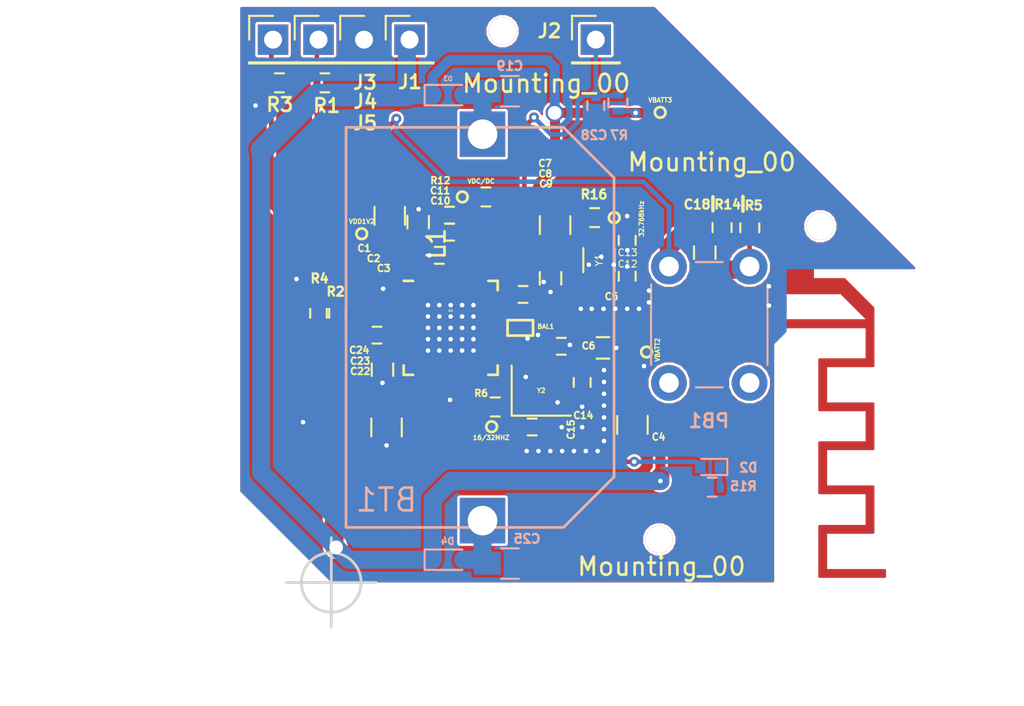
<source format=kicad_pcb>
(kicad_pcb (version 4) (host pcbnew 4.0.5)
  (layers (0 F.Cu signal) (31 B.Cu signal) (34 B.Paste user hide) (35 F.Paste user hide) (36 B.SilkS user) (37 F.SilkS user) (38 B.Mask user) (39 F.Mask user) (44 Edge.Cuts user))
  (net 0 "")
  (net 1 GND)
  (net 2 +3V3)
  (net 3 DIO10)
  (net 4 DIO9)
  (net 5 ADC1)
  (net 6 ADC2)
  (net 7 "Net-(C13-Pad2)")
  (net 8 "Net-(C14-Pad2)")
  (net 9 "Net-(C15-Pad2)")
  (net 10 "Net-(L1-Pad1)")
  (net 11 "Net-(BT1-Pad1)")
  (net 12 "Net-(U1-Pad3)")
  (net 13 "Net-(U1-Pad5)")
  (net 14 "Net-(U1-Pad7)")
  (net 15 "Net-(U1-Pad8)")
  (net 16 "Net-(U1-Pad29)")
  (net 17 "Net-(C10-Pad1)")
  (net 18 "Net-(C12-Pad2)")
  (net 19 "Net-(D2-Pad1)")
  (net 20 DIO7)
  (net 21 "Net-(R12-Pad1)")
  (net 22 /RF0)
  (net 23 /RF1)
  (net 24 /DIO12_BUTTON)
  (net 25 "Net-(R16-Pad2)")
  (net 26 /DIO2_LED)
  (net 27 "Net-(U1-Pad9)")
  (net 28 "Net-(BT1-Pad2)")
  (net 29 "Net-(C1-Pad1)")
  (net 30 "Net-(C28-Pad2)")
  (net 31 "Net-(U1-Pad13)")
  (net 32 "Net-(U1-Pad14)")
  (net 33 "Net-(U1-Pad12)")
  (net 34 "Net-(C18-Pad1)")
  (net 35 "Net-(U1-Pad30)")
  (net 36 "Net-(R6-Pad2)")
  (net 37 "Net-(U1-Pad11)")
  (module Connectors:1pin (layer F.Cu) (at 124.5616 87.6935)
    (fp_text reference Mounting_00 (at 2.4384 2.921) (layer F.SilkS))
    (fp_text value 1pin)
    (pad 1 thru_hole circle (at 0 0) (size 1.524 1.524) (drill 1.524) (layers *.Cu *.Mask))
  )
  (module Connectors:1pin (layer F.Cu) (at 133.3119 116.0907)
    (fp_text reference Mounting_00 (at 0.127 1.5113) (layer F.SilkS))
    (fp_text value 1pin)
    (pad 1 thru_hole circle (at 0 0) (size 1.524 1.524) (drill 1.524) (layers *.Cu *.Mask))
  )
  (module Connectors:1pin (layer F.Cu) (at 142.3035 98.5901)
    (fp_text reference Mounting_00 (at -6.0579 -3.5814) (layer F.SilkS))
    (fp_text value 1pin)
    (pad 1 thru_hole circle (at 0 0) (size 1.524 1.524) (drill 1.524) (layers *.Cu *.Mask))
  )
  (module Miscellaneous:Via_Stitch_Dia0.356mm_Drill0.254mm (layer B.Cu) (at 139.4333 103.0224)
    (fp_text reference REF** hide)
    (fp_text value Via_Stitch_Dia0.356mm_Drill0.254mm)
    (pad 1 thru_hole circle (at 0 0) (size 0.356 0.356) (drill 0.254) (layers *.Cu) (net 1 GND))
  )
  (module Miscellaneous:Via_Stitch_Dia0.356mm_Drill0.254mm (layer B.Cu) (at 125.9586 104.8639 90)
    (fp_text reference REF** hide)
    (fp_text value Via_Stitch_Dia0.356mm_Drill0.254mm)
    (pad 1 thru_hole circle (at 0 0 90) (size 0.356 0.356) (drill 0.254) (layers *.Cu) (net 1 GND))
  )
  (module Miscellaneous:Via_Stitch_Dia0.356mm_Drill0.254mm (layer B.Cu) (at 139.4333 101.9429)
    (fp_text reference REF** hide)
    (fp_text value Via_Stitch_Dia0.356mm_Drill0.254mm)
    (pad 1 thru_hole circle (at 0 0) (size 0.356 0.356) (drill 0.254) (layers *.Cu) (net 1 GND))
  )
  (module Capacitors_SMD:C_0402 (layer B.Cu) (at 129.7686 91.8464 90)
    (fp_text reference C28 (at -1.651 -0.09906 180) (layer B.SilkS) (effects (font (size 0.508 0.508) (thickness 0.127)) (justify mirror)))
    (fp_text value 10nF)
    (pad 1 smd rect (at -0.55 0 90) (size 0.6 0.5) (layers B.Cu B.Paste B.Mask) (net 1 GND))
    (pad 2 smd rect (at 0.55 0 90) (size 0.6 0.5) (layers B.Cu B.Paste B.Mask) (net 30 "Net-(C28-Pad2)"))
  )
  (module Batteries:batt_holder3035 (layer B.Cu) (at 123.444 104.2416 270)
    (fp_text reference BT1 (at 9.64184 5.36956 360) (layer B.SilkS) (effects (font (size 1.27 1.27)) (justify mirror)))
    (fp_text value Battery_cc3035)
    (pad 2 thru_hole rect (at 10.795 0 270) (size 2.54 2.54) (drill 1.651) (layers *.Cu *.Mask) (net 28 "Net-(BT1-Pad2)"))
    (pad 1 thru_hole rect (at -10.795 0 270) (size 2.54 2.54) (drill 1.651) (layers *.Cu *.Mask) (net 11 "Net-(BT1-Pad1)"))
    (pad 3 smd rect (at 0 0 270) (size 4.318 4.318) (layers B.Cu B.Paste B.Mask) (net 1 GND))
  )
  (module Capacitors_SMD:C_0402 (layer F.Cu) (at 121.031 100.2157 180)
    (fp_text reference C3 (at 3.10642 -0.7239 180) (layer F.SilkS) (effects (font (size 0.381 0.381) (thickness 0.09525))))
    (fp_text value 0.01uF)
    (pad 1 smd rect (at -0.55 0 180) (size 0.6 0.5) (layers F.Cu F.Paste F.Mask) (net 29 "Net-(C1-Pad1)"))
    (pad 2 smd rect (at 0.55 0 180) (size 0.6 0.5) (layers F.Cu F.Paste F.Mask) (net 1 GND))
  )
  (module STBNRG1 (layer F.Cu) (at 121.666 104.267)
    (fp_text reference U1 (at 0.00508 -0.9652) (layer F.SilkS) (effects (font (size 0.127 0.127) (thickness 0.03175))))
    (fp_text value STBlueNRG-1)
    (pad 1 smd rect (at -2.54 -1.75) (size 0.8128 0.254) (layers F.Cu F.Paste F.Mask) (net 3 DIO10))
    (pad 2 smd rect (at -2.54 -1.25) (size 0.8128 0.254) (layers F.Cu F.Paste F.Mask) (net 4 DIO9))
    (pad 3 smd rect (at -2.54 -0.75) (size 0.8128 0.254) (layers F.Cu F.Paste F.Mask) (net 12 "Net-(U1-Pad3)"))
    (pad 4 smd rect (at -2.54 -0.25) (size 0.8128 0.254) (layers F.Cu F.Paste F.Mask) (net 20 DIO7))
    (pad 5 smd rect (at -2.54 0.25) (size 0.8128 0.254) (layers F.Cu F.Paste F.Mask) (net 13 "Net-(U1-Pad5)"))
    (pad 6 smd rect (at -2.54 0.75) (size 0.8128 0.254) (layers F.Cu F.Paste F.Mask) (net 2 +3V3))
    (pad 7 smd rect (at -2.54 1.25) (size 0.8128 0.254) (layers F.Cu F.Paste F.Mask) (net 14 "Net-(U1-Pad7)"))
    (pad 8 smd rect (at -2.54 1.75) (size 0.8128 0.254) (layers F.Cu F.Paste F.Mask) (net 15 "Net-(U1-Pad8)"))
    (pad 9 smd rect (at -1.75 2.54 90) (size 0.8128 0.254) (layers F.Cu F.Paste F.Mask) (net 27 "Net-(U1-Pad9)"))
    (pad 10 smd rect (at -1.25 2.54 90) (size 0.8128 0.254) (layers F.Cu F.Paste F.Mask) (net 26 /DIO2_LED))
    (pad 11 smd rect (at -0.75 2.54 90) (size 0.8128 0.254) (layers F.Cu F.Paste F.Mask) (net 37 "Net-(U1-Pad11)"))
    (pad 12 smd rect (at -0.25 2.54 90) (size 0.8128 0.254) (layers F.Cu F.Paste F.Mask) (net 33 "Net-(U1-Pad12)"))
    (pad 13 smd rect (at 0.25 2.54 90) (size 0.8128 0.254) (layers F.Cu F.Paste F.Mask) (net 31 "Net-(U1-Pad13)"))
    (pad 14 smd rect (at 0.75 2.54 90) (size 0.8128 0.254) (layers F.Cu F.Paste F.Mask) (net 32 "Net-(U1-Pad14)"))
    (pad 15 smd rect (at 1.25 2.54 90) (size 0.8128 0.254) (layers F.Cu F.Paste F.Mask) (net 5 ADC1))
    (pad 16 smd rect (at 1.75 2.54 90) (size 0.8128 0.254) (layers F.Cu F.Paste F.Mask) (net 6 ADC2))
    (pad 17 smd rect (at 2.54 1.75) (size 0.8128 0.254) (layers F.Cu F.Paste F.Mask) (net 9 "Net-(C15-Pad2)"))
    (pad 18 smd rect (at 2.54 1.25) (size 0.8128 0.254) (layers F.Cu F.Paste F.Mask) (net 8 "Net-(C14-Pad2)"))
    (pad 19 smd rect (at 2.54 0.75) (size 0.8128 0.254) (layers F.Cu F.Paste F.Mask) (net 2 +3V3))
    (pad 20 smd rect (at 2.54 0.25) (size 0.8128 0.254) (layers F.Cu F.Paste F.Mask) (net 23 /RF1))
    (pad 21 smd rect (at 2.54 -0.25) (size 0.8128 0.254) (layers F.Cu F.Paste F.Mask) (net 22 /RF0))
    (pad 22 smd rect (at 2.54 -0.75) (size 0.8128 0.254) (layers F.Cu F.Paste F.Mask) (net 7 "Net-(C13-Pad2)"))
    (pad 23 smd rect (at 2.54 -1.25) (size 0.8128 0.254) (layers F.Cu F.Paste F.Mask) (net 18 "Net-(C12-Pad2)"))
    (pad 24 smd rect (at 2.54 -1.75) (size 0.8128 0.254) (layers F.Cu F.Paste F.Mask) (net 2 +3V3))
    (pad 25 smd rect (at 1.75 -2.54 90) (size 0.8128 0.254) (layers F.Cu F.Paste F.Mask) (net 30 "Net-(C28-Pad2)"))
    (pad 26 smd rect (at 1.25 -2.54 90) (size 0.8128 0.254) (layers F.Cu F.Paste F.Mask) (net 10 "Net-(L1-Pad1)"))
    (pad 27 smd rect (at 0.75 -2.54 90) (size 0.8128 0.254) (layers F.Cu F.Paste F.Mask) (net 17 "Net-(C10-Pad1)"))
    (pad 28 smd rect (at 0.25 -2.54 90) (size 0.8128 0.254) (layers F.Cu F.Paste F.Mask) (net 29 "Net-(C1-Pad1)"))
    (pad 29 smd rect (at -0.25 -2.54 90) (size 0.8128 0.254) (layers F.Cu F.Paste F.Mask) (net 16 "Net-(U1-Pad29)"))
    (pad 30 smd rect (at -0.75 -2.54 90) (size 0.8128 0.254) (layers F.Cu F.Paste F.Mask) (net 35 "Net-(U1-Pad30)"))
    (pad 31 smd rect (at -1.27 -2.54 90) (size 0.8128 0.254) (layers F.Cu F.Paste F.Mask) (net 1 GND))
    (pad 32 smd rect (at -1.75 -2.54 90) (size 0.8128 0.254) (layers F.Cu F.Paste F.Mask) (net 24 /DIO12_BUTTON))
    (pad 33 smd rect (at 0.8625 0.8625) (size 1.725 1.725) (layers F.Cu F.Paste F.Mask) (net 1 GND))
    (pad 33 smd rect (at 0.8625 -0.8625) (size 1.725 1.725) (layers F.Cu F.Paste F.Mask) (net 1 GND))
    (pad 33 smd rect (at -0.8625 0.8625) (size 1.725 1.725) (layers F.Cu F.Paste F.Mask) (net 1 GND))
    (pad 33 smd rect (at -0.8625 -0.8625) (size 1.725 1.725) (layers F.Cu F.Paste F.Mask) (net 1 GND))
  )
  (module Miscellaneous:Via_Stitch_Dia0.356mm_Drill0.254mm (layer F.Cu) (at 130.8608 103.2002)
    (fp_text reference REF** hide)
    (fp_text value Via_Stitch_Dia0.356mm_Drill0.254mm)
    (pad 1 thru_hole circle (at 0 0) (size 0.356 0.356) (drill 0.254) (layers *.Cu) (net 1 GND))
  )
  (module Miscellaneous:Via_Stitch_Dia0.356mm_Drill0.254mm (layer B.Cu) (at 130.2258 107.95)
    (fp_text reference REF** hide)
    (fp_text value Via_Stitch_Dia0.356mm_Drill0.254mm)
    (pad 1 thru_hole circle (at 0 0) (size 0.356 0.356) (drill 0.254) (layers *.Cu) (net 1 GND))
  )
  (module Miscellaneous:Via_Stitch_Dia0.356mm_Drill0.254mm (layer B.Cu) (at 130.2258 107.2896 90)
    (fp_text reference REF** hide)
    (fp_text value Via_Stitch_Dia0.356mm_Drill0.254mm)
    (pad 1 thru_hole circle (at 0 0 90) (size 0.356 0.356) (drill 0.254) (layers *.Cu) (net 1 GND))
  )
  (module Miscellaneous:Via_Stitch_Dia0.356mm_Drill0.254mm (layer B.Cu) (at 130.2258 108.6104)
    (fp_text reference REF** hide)
    (fp_text value Via_Stitch_Dia0.356mm_Drill0.254mm)
    (pad 1 thru_hole circle (at 0 0) (size 0.356 0.356) (drill 0.254) (layers *.Cu) (net 1 GND))
  )
  (module Miscellaneous:Via_Stitch_Dia0.356mm_Drill0.254mm (layer B.Cu) (at 130.2258 110.5916 90)
    (fp_text reference REF** hide)
    (fp_text value Via_Stitch_Dia0.356mm_Drill0.254mm)
    (pad 1 thru_hole circle (at 0 0 90) (size 0.356 0.356) (drill 0.254) (layers *.Cu) (net 1 GND))
  )
  (module Miscellaneous:Via_Stitch_Dia0.356mm_Drill0.254mm (layer B.Cu) (at 125.9078 111.1504 90)
    (fp_text reference REF** hide)
    (fp_text value Via_Stitch_Dia0.356mm_Drill0.254mm)
    (pad 1 thru_hole circle (at 0 0 90) (size 0.356 0.356) (drill 0.254) (layers *.Cu) (net 1 GND))
  )
  (module Miscellaneous:Via_Stitch_Dia0.356mm_Drill0.254mm (layer B.Cu) (at 127.889 111.1504 90)
    (fp_text reference REF** hide)
    (fp_text value Via_Stitch_Dia0.356mm_Drill0.254mm)
    (pad 1 thru_hole circle (at 0 0 90) (size 0.356 0.356) (drill 0.254) (layers *.Cu) (net 1 GND))
  )
  (module Miscellaneous:Via_Stitch_Dia0.356mm_Drill0.254mm (layer B.Cu) (at 128.3208 105.2195 90)
    (fp_text reference REF** hide)
    (fp_text value Via_Stitch_Dia0.356mm_Drill0.254mm)
    (pad 1 thru_hole circle (at 0 0 90) (size 0.356 0.356) (drill 0.254) (layers *.Cu) (net 1 GND))
  )
  (module Miscellaneous:Via_Stitch_Dia0.356mm_Drill0.254mm (layer B.Cu) (at 120.4722 100.2157 90)
    (fp_text reference REF** hide)
    (fp_text value Via_Stitch_Dia0.356mm_Drill0.254mm)
    (pad 1 thru_hole circle (at 0 0 90) (size 0.356 0.356) (drill 0.254) (layers *.Cu) (net 1 GND))
  )
  (module Miscellaneous:Via_Stitch_Dia0.356mm_Drill0.254mm (layer B.Cu) (at 128.5494 111.1504 90)
    (fp_text reference REF** hide)
    (fp_text value Via_Stitch_Dia0.356mm_Drill0.254mm)
    (pad 1 thru_hole circle (at 0 0 90) (size 0.356 0.356) (drill 0.254) (layers *.Cu) (net 1 GND))
  )
  (module Miscellaneous:Via_Stitch_Dia0.356mm_Drill0.254mm (layer B.Cu) (at 126.5682 111.1504 90)
    (fp_text reference REF** hide)
    (fp_text value Via_Stitch_Dia0.356mm_Drill0.254mm)
    (pad 1 thru_hole circle (at 0 0 90) (size 0.356 0.356) (drill 0.254) (layers *.Cu) (net 1 GND))
  )
  (module Miscellaneous:Via_Stitch_Dia0.356mm_Drill0.254mm (layer B.Cu) (at 127.2286 111.1504 90)
    (fp_text reference REF** hide)
    (fp_text value Via_Stitch_Dia0.356mm_Drill0.254mm)
    (pad 1 thru_hole circle (at 0 0 90) (size 0.356 0.356) (drill 0.254) (layers *.Cu) (net 1 GND))
  )
  (module Miscellaneous:Via_Stitch_Dia0.356mm_Drill0.254mm (layer B.Cu) (at 129.2098 111.1504 90)
    (fp_text reference REF** hide)
    (fp_text value Via_Stitch_Dia0.356mm_Drill0.254mm)
    (pad 1 thru_hole circle (at 0 0 90) (size 0.356 0.356) (drill 0.254) (layers *.Cu) (net 1 GND))
  )
  (module Miscellaneous:Via_Stitch_Dia0.356mm_Drill0.254mm (layer B.Cu) (at 130.2258 109.2708 90)
    (fp_text reference REF** hide)
    (fp_text value Via_Stitch_Dia0.356mm_Drill0.254mm)
    (pad 1 thru_hole circle (at 0 0 90) (size 0.356 0.356) (drill 0.254) (layers *.Cu) (net 1 GND))
  )
  (module Miscellaneous:Via_Stitch_Dia0.356mm_Drill0.254mm (layer F.Cu) (at 130.2258 106.6292 270)
    (fp_text reference REF** hide)
    (fp_text value Via_Stitch_Dia0.356mm_Drill0.254mm)
    (pad 1 thru_hole circle (at 0 0 270) (size 0.356 0.356) (drill 0.254) (layers *.Cu) (net 1 GND))
  )
  (module Miscellaneous:Via_Stitch_Dia0.356mm_Drill0.254mm (layer B.Cu) (at 118.0846 110.8329 90)
    (fp_text reference REF** hide)
    (fp_text value Via_Stitch_Dia0.356mm_Drill0.254mm)
    (pad 1 thru_hole circle (at 0 0 90) (size 0.356 0.356) (drill 0.254) (layers *.Cu) (net 1 GND))
  )
  (module Miscellaneous:Via_Stitch_Dia0.356mm_Drill0.254mm (layer B.Cu) (at 132.461 106.4006 90)
    (fp_text reference REF** hide)
    (fp_text value Via_Stitch_Dia0.356mm_Drill0.254mm)
    (pad 1 thru_hole circle (at 0 0 90) (size 0.356 0.356) (drill 0.254) (layers *.Cu) (net 1 GND))
  )
  (module Miscellaneous:Via_Stitch_Dia0.356mm_Drill0.254mm (layer B.Cu) (at 126.5428 104.6607 90)
    (fp_text reference REF** hide)
    (fp_text value Via_Stitch_Dia0.356mm_Drill0.254mm)
    (pad 1 thru_hole circle (at 0 0 90) (size 0.356 0.356) (drill 0.254) (layers *.Cu) (net 1 GND))
  )
  (module Miscellaneous:Via_Stitch_Dia0.356mm_Drill0.254mm (layer B.Cu) (at 129.8702 111.1504 90)
    (fp_text reference REF** hide)
    (fp_text value Via_Stitch_Dia0.356mm_Drill0.254mm)
    (pad 1 thru_hole circle (at 0 0 90) (size 0.356 0.356) (drill 0.254) (layers *.Cu) (net 1 GND))
  )
  (module Miscellaneous:Via_Stitch_Dia0.356mm_Drill0.254mm (layer B.Cu) (at 132.7404 102.1842)
    (fp_text reference REF** hide)
    (fp_text value Via_Stitch_Dia0.356mm_Drill0.254mm)
    (pad 1 thru_hole circle (at 0 0) (size 0.356 0.356) (drill 0.254) (layers *.Cu) (net 1 GND))
  )
  (module Miscellaneous:Via_Stitch_Dia0.356mm_Drill0.254mm (layer B.Cu) (at 131.5212 103.2002)
    (fp_text reference REF** hide)
    (fp_text value Via_Stitch_Dia0.356mm_Drill0.254mm)
    (pad 1 thru_hole circle (at 0 0) (size 0.356 0.356) (drill 0.254) (layers *.Cu) (net 1 GND))
  )
  (module Miscellaneous:Via_Stitch_Dia0.356mm_Drill0.254mm (layer B.Cu) (at 130.2004 103.20528)
    (fp_text reference REF** hide)
    (fp_text value Via_Stitch_Dia0.356mm_Drill0.254mm)
    (pad 1 thru_hole circle (at 0 0) (size 0.356 0.356) (drill 0.254) (layers *.Cu) (net 1 GND))
  )
  (module Miscellaneous:Via_Stitch_Dia0.356mm_Drill0.254mm (layer B.Cu) (at 128.9304 103.2002)
    (fp_text reference REF** hide)
    (fp_text value Via_Stitch_Dia0.356mm_Drill0.254mm)
    (pad 1 thru_hole circle (at 0 0) (size 0.356 0.356) (drill 0.254) (layers *.Cu) (net 1 GND))
  )
  (module Miscellaneous:Via_Stitch_Dia0.356mm_Drill0.254mm (layer B.Cu) (at 129.54 103.20528)
    (fp_text reference REF** hide)
    (fp_text value Via_Stitch_Dia0.356mm_Drill0.254mm)
    (pad 1 thru_hole circle (at 0 0) (size 0.356 0.356) (drill 0.254) (layers *.Cu) (net 1 GND))
  )
  (module Miscellaneous:Via_Stitch_Dia0.356mm_Drill0.254mm (layer B.Cu) (at 129.3749 100.7364)
    (fp_text reference REF** hide)
    (fp_text value Via_Stitch_Dia0.356mm_Drill0.254mm)
    (pad 1 thru_hole circle (at 0 0) (size 0.356 0.356) (drill 0.254) (layers *.Cu) (net 1 GND))
  )
  (module Miscellaneous:Via_Stitch_Dia0.356mm_Drill0.254mm (layer B.Cu) (at 130.7719 100.7364)
    (fp_text reference REF** hide)
    (fp_text value Via_Stitch_Dia0.356mm_Drill0.254mm)
    (pad 1 thru_hole circle (at 0 0) (size 0.356 0.356) (drill 0.254) (layers *.Cu) (net 1 GND))
  )
  (module Miscellaneous:Via_Stitch_Dia0.356mm_Drill0.254mm (layer F.Cu) (at 119.8753 97.6376)
    (fp_text reference REF** hide)
    (fp_text value Via_Stitch_Dia0.356mm_Drill0.254mm)
    (pad 1 thru_hole circle (at 0 0) (size 0.356 0.356) (drill 0.254) (layers *.Cu) (net 1 GND))
  )
  (module Miscellaneous:Via_Stitch_Dia0.356mm_Drill0.254mm (layer F.Cu) (at 127.2413 102.2604)
    (fp_text reference REF** hide)
    (fp_text value Via_Stitch_Dia0.356mm_Drill0.254mm)
    (pad 1 thru_hole circle (at 0 0) (size 0.356 0.356) (drill 0.254) (layers *.Cu) (net 1 GND))
  )
  (module Miscellaneous:Via_Stitch_Dia0.356mm_Drill0.254mm (layer F.Cu) (at 113.0554 101.5365)
    (fp_text reference REF** hide)
    (fp_text value Via_Stitch_Dia0.356mm_Drill0.254mm)
    (pad 1 thru_hole circle (at 0 0) (size 0.356 0.356) (drill 0.254) (layers *.Cu) (net 1 GND))
  )
  (module Miscellaneous:Via_Stitch_Dia0.356mm_Drill0.254mm (layer F.Cu) (at 121.6279 108.2929)
    (fp_text reference REF** hide)
    (fp_text value Via_Stitch_Dia0.356mm_Drill0.254mm)
    (pad 1 thru_hole circle (at 0 0) (size 0.356 0.356) (drill 0.254) (layers *.Cu) (net 1 GND))
  )
  (module Miscellaneous:Via_Stitch_Dia0.356mm_Drill0.254mm (layer B.Cu) (at 127.635 108.4326)
    (fp_text reference REF** hide)
    (fp_text value Via_Stitch_Dia0.356mm_Drill0.254mm)
    (pad 1 thru_hole circle (at 0 0) (size 0.356 0.356) (drill 0.254) (layers *.Cu) (net 1 GND))
  )
  (module Miscellaneous:Via_Stitch_Dia0.356mm_Drill0.254mm (layer B.Cu) (at 125.857 107.0102)
    (fp_text reference REF** hide)
    (fp_text value Via_Stitch_Dia0.356mm_Drill0.254mm)
    (pad 1 thru_hole circle (at 0 0) (size 0.356 0.356) (drill 0.254) (layers *.Cu) (net 1 GND))
  )
  (module Miscellaneous:Via_Stitch_Dia0.356mm_Drill0.254mm (layer B.Cu) (at 129.0066 109.8169)
    (fp_text reference REF** hide)
    (fp_text value Via_Stitch_Dia0.356mm_Drill0.254mm)
    (pad 1 thru_hole circle (at 0 0) (size 0.356 0.356) (drill 0.254) (layers *.Cu) (net 1 GND))
  )
  (module Miscellaneous:Via_Stitch_Dia0.356mm_Drill0.254mm (layer B.Cu) (at 129.0066 108.6739)
    (fp_text reference REF** hide)
    (fp_text value Via_Stitch_Dia0.356mm_Drill0.254mm)
    (pad 1 thru_hole circle (at 0 0) (size 0.356 0.356) (drill 0.254) (layers *.Cu) (net 1 GND))
  )
  (module Miscellaneous:Via_Stitch_Dia0.356mm_Drill0.254mm (layer B.Cu) (at 117.856 107.3404 90)
    (fp_text reference REF** hide)
    (fp_text value Via_Stitch_Dia0.356mm_Drill0.254mm)
    (pad 1 thru_hole circle (at 0 0 90) (size 0.356 0.356) (drill 0.254) (layers *.Cu) (net 1 GND))
  )
  (module Miscellaneous:Via_Stitch_Dia0.356mm_Drill0.254mm (layer B.Cu) (at 127.8636 109.8169)
    (fp_text reference REF** hide)
    (fp_text value Via_Stitch_Dia0.356mm_Drill0.254mm)
    (pad 1 thru_hole circle (at 0 0) (size 0.356 0.356) (drill 0.254) (layers *.Cu) (net 1 GND))
  )
  (module Miscellaneous:Via_Stitch_Dia0.356mm_Drill0.254mm (layer B.Cu) (at 130.9116 105.3846 90)
    (fp_text reference REF** hide)
    (fp_text value Via_Stitch_Dia0.356mm_Drill0.254mm)
    (pad 1 thru_hole circle (at 0 0 90) (size 0.356 0.356) (drill 0.254) (layers *.Cu) (net 1 GND))
  )
  (module Miscellaneous:Via_Stitch_Dia0.356mm_Drill0.254mm (layer B.Cu) (at 130.2258 109.9312)
    (fp_text reference REF** hide)
    (fp_text value Via_Stitch_Dia0.356mm_Drill0.254mm)
    (pad 1 thru_hole circle (at 0 0) (size 0.356 0.356) (drill 0.254) (layers *.Cu) (net 1 GND))
  )
  (module Miscellaneous:Via_Stitch_Dia0.356mm_Drill0.254mm (layer B.Cu) (at 110.7694 91.8464)
    (fp_text reference REF** hide)
    (fp_text value Via_Stitch_Dia0.356mm_Drill0.254mm)
    (pad 1 thru_hole circle (at 0 0) (size 0.356 0.356) (drill 0.254) (layers *.Cu) (net 1 GND))
  )
  (module Miscellaneous:Via_Stitch_Dia0.356mm_Drill0.254mm (layer B.Cu) (at 131.5212 100.838)
    (fp_text reference REF** hide)
    (fp_text value Via_Stitch_Dia0.356mm_Drill0.254mm)
    (pad 1 thru_hole circle (at 0 0) (size 0.356 0.356) (drill 0.254) (layers *.Cu) (net 1 GND))
  )
  (module Miscellaneous:Via_Stitch_Dia0.356mm_Drill0.254mm (layer B.Cu) (at 131.5212 98.0186)
    (fp_text reference REF** hide)
    (fp_text value Via_Stitch_Dia0.356mm_Drill0.254mm)
    (pad 1 thru_hole circle (at 0 0) (size 0.356 0.356) (drill 0.254) (layers *.Cu) (net 1 GND))
  )
  (module Miscellaneous:Via_Stitch_Dia0.356mm_Drill0.254mm (layer B.Cu) (at 113.4237 109.5375)
    (fp_text reference REF** hide)
    (fp_text value Via_Stitch_Dia0.356mm_Drill0.254mm)
    (pad 1 thru_hole circle (at 0 0) (size 0.356 0.356) (drill 0.254) (layers *.Cu) (net 1 GND))
  )
  (module Miscellaneous:Via_Stitch_Dia0.356mm_Drill0.254mm (layer B.Cu) (at 132.1816 103.2002)
    (fp_text reference REF** hide)
    (fp_text value Via_Stitch_Dia0.356mm_Drill0.254mm)
    (pad 1 thru_hole circle (at 0 0) (size 0.356 0.356) (drill 0.254) (layers *.Cu) (net 1 GND))
  )
  (module Miscellaneous:Via_Stitch_Dia0.356mm_Drill0.254mm (layer B.Cu) (at 132.7404 102.8446)
    (fp_text reference REF** hide)
    (fp_text value Via_Stitch_Dia0.356mm_Drill0.254mm)
    (pad 1 thru_hole circle (at 0 0) (size 0.356 0.356) (drill 0.254) (layers *.Cu) (net 1 GND))
  )
  (module Miscellaneous:Via_Stitch_Dia0.356mm_Drill0.254mm (layer B.Cu) (at 130.0734 100.2919)
    (fp_text reference REF** hide)
    (fp_text value Via_Stitch_Dia0.356mm_Drill0.254mm)
    (pad 1 thru_hole circle (at 0 0) (size 0.356 0.356) (drill 0.254) (layers *.Cu) (net 1 GND))
  )
  (module Miscellaneous:Via_Stitch_Dia0.356mm_Drill0.254mm (layer B.Cu) (at 131.5339 99.9236)
    (fp_text reference REF** hide)
    (fp_text value Via_Stitch_Dia0.356mm_Drill0.254mm)
    (pad 1 thru_hole circle (at 0 0) (size 0.356 0.356) (drill 0.254) (layers *.Cu) (net 1 GND))
  )
  (module Miscellaneous:Via_Stitch_Dia0.356mm_Drill0.254mm (layer B.Cu) (at 126.8603 101.7016)
    (fp_text reference REF** hide)
    (fp_text value Via_Stitch_Dia0.356mm_Drill0.254mm)
    (pad 1 thru_hole circle (at 0 0) (size 0.356 0.356) (drill 0.254) (layers *.Cu) (net 1 GND))
  )
  (module Miscellaneous:Via_Stitch_Dia0.356mm_Drill0.254mm (layer B.Cu) (at 117.8941 102.0826)
    (fp_text reference REF** hide)
    (fp_text value Via_Stitch_Dia0.356mm_Drill0.254mm)
    (pad 1 thru_hole circle (at 0 0) (size 0.356 0.356) (drill 0.254) (layers *.Cu) (net 1 GND))
  )
  (module Miscellaneous:Via_Stitch_Dia0.356mm_Drill0.254mm (layer F.Cu) (at 122.936 105.537)
    (fp_text reference REF** hide)
    (fp_text value Via_Stitch_Dia0.356mm_Drill0.254mm)
    (pad 1 thru_hole circle (at 0 0) (size 0.356 0.356) (drill 0.254) (layers *.Cu) (net 1 GND))
  )
  (module Miscellaneous:Via_Stitch_Dia0.356mm_Drill0.254mm (layer F.Cu) (at 122.301 105.537)
    (fp_text reference REF** hide)
    (fp_text value Via_Stitch_Dia0.356mm_Drill0.254mm)
    (pad 1 thru_hole circle (at 0 0) (size 0.356 0.356) (drill 0.254) (layers *.Cu) (net 1 GND))
  )
  (module Miscellaneous:Via_Stitch_Dia0.356mm_Drill0.254mm (layer F.Cu) (at 121.666 105.537)
    (fp_text reference REF** hide)
    (fp_text value Via_Stitch_Dia0.356mm_Drill0.254mm)
    (pad 1 thru_hole circle (at 0 0) (size 0.356 0.356) (drill 0.254) (layers *.Cu) (net 1 GND))
  )
  (module Miscellaneous:Via_Stitch_Dia0.356mm_Drill0.254mm (layer F.Cu) (at 121.031 105.537)
    (fp_text reference REF** hide)
    (fp_text value Via_Stitch_Dia0.356mm_Drill0.254mm)
    (pad 1 thru_hole circle (at 0 0) (size 0.356 0.356) (drill 0.254) (layers *.Cu) (net 1 GND))
  )
  (module Miscellaneous:Via_Stitch_Dia0.356mm_Drill0.254mm (layer F.Cu) (at 120.396 105.537)
    (fp_text reference REF** hide)
    (fp_text value Via_Stitch_Dia0.356mm_Drill0.254mm)
    (pad 1 thru_hole circle (at 0 0) (size 0.356 0.356) (drill 0.254) (layers *.Cu) (net 1 GND))
  )
  (module Miscellaneous:Via_Stitch_Dia0.356mm_Drill0.254mm (layer F.Cu) (at 120.396 104.902)
    (fp_text reference REF** hide)
    (fp_text value Via_Stitch_Dia0.356mm_Drill0.254mm)
    (pad 1 thru_hole circle (at 0 0) (size 0.356 0.356) (drill 0.254) (layers *.Cu) (net 1 GND))
  )
  (module Miscellaneous:Via_Stitch_Dia0.356mm_Drill0.254mm (layer F.Cu) (at 121.031 104.902)
    (fp_text reference REF** hide)
    (fp_text value Via_Stitch_Dia0.356mm_Drill0.254mm)
    (pad 1 thru_hole circle (at 0 0) (size 0.356 0.356) (drill 0.254) (layers *.Cu) (net 1 GND))
  )
  (module Miscellaneous:Via_Stitch_Dia0.356mm_Drill0.254mm (layer F.Cu) (at 121.666 104.902)
    (fp_text reference REF** hide)
    (fp_text value Via_Stitch_Dia0.356mm_Drill0.254mm)
    (pad 1 thru_hole circle (at 0 0) (size 0.356 0.356) (drill 0.254) (layers *.Cu) (net 1 GND))
  )
  (module Miscellaneous:Via_Stitch_Dia0.356mm_Drill0.254mm (layer F.Cu) (at 122.301 104.902)
    (fp_text reference REF** hide)
    (fp_text value Via_Stitch_Dia0.356mm_Drill0.254mm)
    (pad 1 thru_hole circle (at 0 0) (size 0.356 0.356) (drill 0.254) (layers *.Cu) (net 1 GND))
  )
  (module Miscellaneous:Via_Stitch_Dia0.356mm_Drill0.254mm (layer F.Cu) (at 122.936 104.902)
    (fp_text reference REF** hide)
    (fp_text value Via_Stitch_Dia0.356mm_Drill0.254mm)
    (pad 1 thru_hole circle (at 0 0) (size 0.356 0.356) (drill 0.254) (layers *.Cu) (net 1 GND))
  )
  (module Miscellaneous:Via_Stitch_Dia0.356mm_Drill0.254mm (layer F.Cu) (at 122.936 104.267)
    (fp_text reference REF** hide)
    (fp_text value Via_Stitch_Dia0.356mm_Drill0.254mm)
    (pad 1 thru_hole circle (at 0 0) (size 0.356 0.356) (drill 0.254) (layers *.Cu) (net 1 GND))
  )
  (module Miscellaneous:Via_Stitch_Dia0.356mm_Drill0.254mm (layer F.Cu) (at 122.301 104.267)
    (fp_text reference REF** hide)
    (fp_text value Via_Stitch_Dia0.356mm_Drill0.254mm)
    (pad 1 thru_hole circle (at 0 0) (size 0.356 0.356) (drill 0.254) (layers *.Cu) (net 1 GND))
  )
  (module Miscellaneous:Via_Stitch_Dia0.356mm_Drill0.254mm (layer F.Cu) (at 121.666 104.267)
    (fp_text reference REF** hide)
    (fp_text value Via_Stitch_Dia0.356mm_Drill0.254mm)
    (pad 1 thru_hole circle (at 0 0) (size 0.356 0.356) (drill 0.254) (layers *.Cu) (net 1 GND))
  )
  (module Miscellaneous:Via_Stitch_Dia0.356mm_Drill0.254mm (layer F.Cu) (at 121.031 104.267)
    (fp_text reference REF** hide)
    (fp_text value Via_Stitch_Dia0.356mm_Drill0.254mm)
    (pad 1 thru_hole circle (at 0 0) (size 0.356 0.356) (drill 0.254) (layers *.Cu) (net 1 GND))
  )
  (module Miscellaneous:Via_Stitch_Dia0.356mm_Drill0.254mm (layer F.Cu) (at 120.396 104.267)
    (fp_text reference REF** hide)
    (fp_text value Via_Stitch_Dia0.356mm_Drill0.254mm)
    (pad 1 thru_hole circle (at 0 0) (size 0.356 0.356) (drill 0.254) (layers *.Cu) (net 1 GND))
  )
  (module Miscellaneous:Via_Stitch_Dia0.356mm_Drill0.254mm (layer F.Cu) (at 120.396 103.632)
    (fp_text reference REF** hide)
    (fp_text value Via_Stitch_Dia0.356mm_Drill0.254mm)
    (pad 1 thru_hole circle (at 0 0) (size 0.356 0.356) (drill 0.254) (layers *.Cu) (net 1 GND))
  )
  (module Miscellaneous:Via_Stitch_Dia0.356mm_Drill0.254mm (layer F.Cu) (at 121.031 103.632)
    (fp_text reference REF** hide)
    (fp_text value Via_Stitch_Dia0.356mm_Drill0.254mm)
    (pad 1 thru_hole circle (at 0 0) (size 0.356 0.356) (drill 0.254) (layers *.Cu) (net 1 GND))
  )
  (module Miscellaneous:Via_Stitch_Dia0.356mm_Drill0.254mm (layer F.Cu) (at 121.666 103.632)
    (fp_text reference REF** hide)
    (fp_text value Via_Stitch_Dia0.356mm_Drill0.254mm)
    (pad 1 thru_hole circle (at 0 0) (size 0.356 0.356) (drill 0.254) (layers *.Cu) (net 1 GND))
  )
  (module Miscellaneous:Via_Stitch_Dia0.356mm_Drill0.254mm (layer F.Cu) (at 122.301 103.632)
    (fp_text reference REF** hide)
    (fp_text value Via_Stitch_Dia0.356mm_Drill0.254mm)
    (pad 1 thru_hole circle (at 0 0) (size 0.356 0.356) (drill 0.254) (layers *.Cu) (net 1 GND))
  )
  (module Miscellaneous:Via_Stitch_Dia0.356mm_Drill0.254mm (layer F.Cu) (at 122.936 103.632)
    (fp_text reference REF** hide)
    (fp_text value Via_Stitch_Dia0.356mm_Drill0.254mm)
    (pad 1 thru_hole circle (at 0 0) (size 0.356 0.356) (drill 0.254) (layers *.Cu) (net 1 GND))
  )
  (module Miscellaneous:Via_Stitch_Dia0.356mm_Drill0.254mm (layer F.Cu) (at 122.936 102.997)
    (fp_text reference REF** hide)
    (fp_text value Via_Stitch_Dia0.356mm_Drill0.254mm)
    (pad 1 thru_hole circle (at 0 0) (size 0.356 0.356) (drill 0.254) (layers *.Cu) (net 1 GND))
  )
  (module Miscellaneous:Via_Stitch_Dia0.356mm_Drill0.254mm (layer F.Cu) (at 122.301 102.997)
    (fp_text reference REF** hide)
    (fp_text value Via_Stitch_Dia0.356mm_Drill0.254mm)
    (pad 1 thru_hole circle (at 0 0) (size 0.356 0.356) (drill 0.254) (layers *.Cu) (net 1 GND))
  )
  (module Miscellaneous:Via_Stitch_Dia0.356mm_Drill0.254mm (layer F.Cu) (at 121.666 102.997)
    (fp_text reference REF** hide)
    (fp_text value Via_Stitch_Dia0.356mm_Drill0.254mm)
    (pad 1 thru_hole circle (at 0 0) (size 0.356 0.356) (drill 0.254) (layers *.Cu) (net 1 GND))
  )
  (module Miscellaneous:Via_Stitch_Dia0.356mm_Drill0.254mm (layer F.Cu) (at 121.031 102.997)
    (fp_text reference REF** hide)
    (fp_text value Via_Stitch_Dia0.356mm_Drill0.254mm)
    (pad 1 thru_hole circle (at 0 0) (size 0.356 0.356) (drill 0.254) (layers *.Cu) (net 1 GND))
  )
  (module Crystals:Crystal_SMD_2520-4pin_2.5x2.0mm (layer F.Cu) (at 126.7206 107.7722)
    (fp_text reference Y2 (at -0.00254 -0.00254) (layer F.SilkS) (effects (font (size 0.254 0.254) (thickness 0.0635))))
    (fp_text value "XTAL 32MHz")
    (pad 1 smd rect (at -0.875 0.7) (size 1.15 1) (layers F.Cu F.Paste F.Mask) (net 9 "Net-(C15-Pad2)"))
    (pad 2 smd rect (at 0.875 0.7) (size 1.15 1) (layers F.Cu F.Paste F.Mask) (net 1 GND))
    (pad 3 smd rect (at 0.875 -0.7) (size 1.15 1) (layers F.Cu F.Paste F.Mask) (net 8 "Net-(C14-Pad2)"))
    (pad 4 smd rect (at -0.875 -0.7) (size 1.15 1) (layers F.Cu F.Paste F.Mask) (net 1 GND))
  )
  (module Miscellaneous:Via_Stitch_Dia0.356mm_Drill0.254mm (layer F.Cu) (at 120.396 102.997)
    (fp_text reference REF** hide)
    (fp_text value "")
    (pad 1 thru_hole circle (at 0 0) (size 0.356 0.356) (drill 0.254) (layers *.Cu) (net 1 GND))
  )
  (module Capacitors_SMD:C_0402 (layer F.Cu) (at 131.5212 101.3841 270)
    (fp_text reference C13 (at -1.3208 -0.0254 360) (layer F.SilkS) (effects (font (size 0.381 0.381) (thickness 0.0635))))
    (fp_text value 22pF)
    (pad 1 smd rect (at -0.55 0 270) (size 0.6 0.5) (layers F.Cu F.Paste F.Mask) (net 1 GND))
    (pad 2 smd rect (at 0.55 0 270) (size 0.6 0.5) (layers F.Cu F.Paste F.Mask) (net 7 "Net-(C13-Pad2)"))
  )
  (module Capacitors_SMD:C_0402 (layer F.Cu) (at 129.0066 107.315 90)
    (fp_text reference C14 (at -1.84404 0.06604 360) (layer F.SilkS) (effects (font (size 0.381 0.381) (thickness 0.09525))))
    (fp_text value 27pF)
    (pad 1 smd rect (at -0.55 0 90) (size 0.6 0.5) (layers F.Cu F.Paste F.Mask) (net 1 GND))
    (pad 2 smd rect (at 0.55 0 90) (size 0.6 0.5) (layers F.Cu F.Paste F.Mask) (net 8 "Net-(C14-Pad2)"))
  )
  (module Capacitors_SMD:C_0402 (layer F.Cu) (at 126.2126 109.8042 180)
    (fp_text reference C15 (at -2.16916 -0.14478 270) (layer F.SilkS) (effects (font (size 0.381 0.381) (thickness 0.09525))))
    (fp_text value 33pF)
    (pad 1 smd rect (at -0.55 0 180) (size 0.6 0.5) (layers F.Cu F.Paste F.Mask) (net 1 GND))
    (pad 2 smd rect (at 0.55 0 180) (size 0.6 0.5) (layers F.Cu F.Paste F.Mask) (net 9 "Net-(C15-Pad2)"))
  )
  (module Crystals:Crystal_SMD_3215-2pin_3.2x1.5mm (layer F.Cu) (at 129.9464 100.4824 90)
    (fp_text reference Y1 (at 0 0 90) (layer F.SilkS) (effects (font (size 0.381 0.381) (thickness 0.0635))))
    (fp_text value "Xtal 32.768kHz")
    (pad 1 smd rect (at 1.25 0 90) (size 1 1.8) (layers F.Cu F.Paste F.Mask) (net 18 "Net-(C12-Pad2)"))
    (pad 2 smd rect (at -1.25 0 90) (size 1 1.8) (layers F.Cu F.Paste F.Mask) (net 7 "Net-(C13-Pad2)"))
  )
  (module Miscellaneous:BNRG1_balun (layer F.Cu) (at 125.5522 104.267)
    (fp_text reference BAL1 (at 1.4224 -0.0762) (layer F.SilkS) (effects (font (size 0.254 0.254) (thickness 0.0635))))
    (fp_text value STBNR1_balun)
    (pad 1 smd rect (at -0.508 -0.2413) (size 0.3302 0.3302) (layers F.Cu F.Paste F.Mask) (net 22 /RF0))
    (pad 2 smd rect (at -0.508 0.2413) (size 0.3302 0.3302) (layers F.Cu F.Paste F.Mask) (net 23 /RF1))
    (pad 3 smd rect (at 0.508 -0.2413) (size 0.3302 0.3302) (layers F.Cu F.Paste F.Mask) (net 1 GND))
    (pad 4 smd rect (at 0.508 0.2413) (size 0.3302 0.3302) (layers F.Cu F.Paste F.Mask) (net 1 GND))
  )
  (module Capacitors_SMD:C_0402 (layer F.Cu) (at 131.5212 99.3775 90)
    (fp_text reference C12 (at -1.3208 0.0254 180) (layer F.SilkS) (effects (font (size 0.381 0.381) (thickness 0.0635))))
    (fp_text value 27pF)
    (pad 1 smd rect (at -0.55 0 90) (size 0.6 0.5) (layers F.Cu F.Paste F.Mask) (net 1 GND))
    (pad 2 smd rect (at 0.55 0 90) (size 0.6 0.5) (layers F.Cu F.Paste F.Mask) (net 18 "Net-(C12-Pad2)"))
  )
  (module Diodes_SMD:D_0603 (layer B.Cu) (at 121.5136 91.2622)
    (fp_text reference D3 (at 0 -0.9144) (layer B.SilkS) (effects (font (size 0.254 0.254) (thickness 0.0635)) (justify mirror)))
    (fp_text value "Power thru Battery")
    (pad 1 smd rect (at -0.85 0) (size 0.6 0.8) (layers B.Cu B.Paste B.Mask) (net 2 +3V3))
    (pad 2 smd rect (at 0.85 0) (size 0.6 0.8) (layers B.Cu B.Paste B.Mask) (net 11 "Net-(BT1-Pad1)"))
  )
  (module Inductors_NEOSID:Neosid_Inductor_SM-NE29_SMD1008 (layer F.Cu) (at 124.0663 99.3648 90)
    (fp_text reference L1 (at -0.20066 -3.2004 90) (layer F.SilkS))
    (fp_text value 10uH)
    (pad 2 smd rect (at 1.14554 0 90) (size 1.02108 2.54) (layers F.Cu F.Paste F.Mask) (net 17 "Net-(C10-Pad1)"))
    (pad 1 smd rect (at -1.14554 0 90) (size 1.02108 2.54) (layers F.Cu F.Paste F.Mask) (net 10 "Net-(L1-Pad1)"))
  )
  (module Capacitors_SMD:C_0805 (layer F.Cu) (at 118.2624 98.0059 90)
    (fp_text reference C1 (at -1.81356 -1.42494 180) (layer F.SilkS) (effects (font (size 0.381 0.381) (thickness 0.09525))))
    (fp_text value 1uF)
    (pad 1 smd rect (at -1 0 90) (size 1 1.25) (layers F.Cu F.Paste F.Mask) (net 29 "Net-(C1-Pad1)"))
    (pad 2 smd rect (at 1 0 90) (size 1 1.25) (layers F.Cu F.Paste F.Mask) (net 1 GND))
  )
  (module Capacitors_SMD:C_0603 (layer F.Cu) (at 119.8499 98.3615 90)
    (fp_text reference C2 (at -2.02946 -2.48666 180) (layer F.SilkS) (effects (font (size 0.381 0.381) (thickness 0.09525))))
    (fp_text value 0.1uF)
    (pad 1 smd rect (at -0.75 0 90) (size 0.8 0.75) (layers F.Cu F.Paste F.Mask) (net 29 "Net-(C1-Pad1)"))
    (pad 2 smd rect (at 0.75 0 90) (size 0.8 0.75) (layers F.Cu F.Paste F.Mask) (net 1 GND))
  )
  (module Capacitors_SMD:C_0805 (layer F.Cu) (at 131.8133 109.6899 270)
    (fp_text reference C4 (at 0.6731 -1.4605 360) (layer F.SilkS) (effects (font (size 0.381 0.381) (thickness 0.09525))))
    (fp_text value 1uF)
    (pad 1 smd rect (at -1 0 270) (size 1 1.25) (layers F.Cu F.Paste F.Mask) (net 2 +3V3))
    (pad 2 smd rect (at 1 0 270) (size 1 1.25) (layers F.Cu F.Paste F.Mask) (net 1 GND))
  )
  (module Capacitors_SMD:C_0603 (layer F.Cu) (at 130.1623 105.3846)
    (fp_text reference C5 (at 0.4826 -2.8702) (layer F.SilkS) (effects (font (size 0.381 0.381) (thickness 0.09525))))
    (fp_text value 0.1uF)
    (pad 1 smd rect (at -0.75 0) (size 0.8 0.75) (layers F.Cu F.Paste F.Mask) (net 2 +3V3))
    (pad 2 smd rect (at 0.75 0) (size 0.8 0.75) (layers F.Cu F.Paste F.Mask) (net 1 GND))
  )
  (module Capacitors_SMD:C_0402 (layer F.Cu) (at 127.8382 105.2957)
    (fp_text reference C6 (at 1.524 -0.0254) (layer F.SilkS) (effects (font (size 0.381 0.381) (thickness 0.09525))))
    (fp_text value 0.01uF)
    (pad 1 smd rect (at -0.55 0) (size 0.6 0.5) (layers F.Cu F.Paste F.Mask) (net 2 +3V3))
    (pad 2 smd rect (at 0.55 0) (size 0.6 0.5) (layers F.Cu F.Paste F.Mask) (net 1 GND))
  )
  (module Capacitors_SMD:C_0805 (layer F.Cu) (at 127.4953 98.5266 270)
    (fp_text reference C7 (at -3.4544 0.5588 360) (layer F.SilkS) (effects (font (size 0.381 0.381) (thickness 0.09525))))
    (fp_text value 0.01uF)
    (pad 1 smd rect (at -1 0 270) (size 1 1.25) (layers F.Cu F.Paste F.Mask) (net 1 GND))
    (pad 2 smd rect (at 1 0 270) (size 1 1.25) (layers F.Cu F.Paste F.Mask) (net 2 +3V3))
  )
  (module Capacitors_SMD:C_0603 (layer F.Cu) (at 127.2413 101.4984 90)
    (fp_text reference C8 (at 5.842 -0.2921 180) (layer F.SilkS) (effects (font (size 0.381 0.381) (thickness 0.09525))))
    (fp_text value 1000pF)
    (pad 1 smd rect (at -0.75 0 90) (size 0.8 0.75) (layers F.Cu F.Paste F.Mask) (net 1 GND))
    (pad 2 smd rect (at 0.75 0 90) (size 0.8 0.75) (layers F.Cu F.Paste F.Mask) (net 2 +3V3))
  )
  (module Capacitors_SMD:C_0402 (layer F.Cu) (at 125.7046 102.4001 180)
    (fp_text reference C9 (at -1.2827 6.1849 180) (layer F.SilkS) (effects (font (size 0.381 0.381) (thickness 0.09525))))
    (fp_text value 10pF)
    (pad 1 smd rect (at -0.55 0 180) (size 0.6 0.5) (layers F.Cu F.Paste F.Mask) (net 1 GND))
    (pad 2 smd rect (at 0.55 0 180) (size 0.6 0.5) (layers F.Cu F.Paste F.Mask) (net 2 +3V3))
  )
  (module Capacitors_SMD:C_0402 (layer F.Cu) (at 121.6025 97.9678 180)
    (fp_text reference C10 (at 0.51054 0.79756 180) (layer F.SilkS) (effects (font (size 0.381 0.381) (thickness 0.09525))))
    (fp_text value 0.1uF)
    (pad 1 smd rect (at -0.55 0 180) (size 0.6 0.5) (layers F.Cu F.Paste F.Mask) (net 17 "Net-(C10-Pad1)"))
    (pad 2 smd rect (at 0.55 0 180) (size 0.6 0.5) (layers F.Cu F.Paste F.Mask) (net 1 GND))
  )
  (module Capacitors_SMD:C_0402 (layer F.Cu) (at 121.6025 98.9203)
    (fp_text reference C11 (at -0.52578 -2.31902) (layer F.SilkS) (effects (font (size 0.381 0.381) (thickness 0.09525))))
    (fp_text value 100pF)
    (pad 1 smd rect (at -0.55 0) (size 0.6 0.5) (layers F.Cu F.Paste F.Mask) (net 1 GND))
    (pad 2 smd rect (at 0.55 0) (size 0.6 0.5) (layers F.Cu F.Paste F.Mask) (net 17 "Net-(C10-Pad1)"))
  )
  (module Capacitors_SMD:C_0805 (layer F.Cu) (at 118.0846 109.8296 90)
    (fp_text reference C22 (at 3.13436 -1.46812 180) (layer F.SilkS) (effects (font (size 0.381 0.381) (thickness 0.09525))))
    (fp_text value 1uF)
    (pad 1 smd rect (at -1 0 90) (size 1 1.25) (layers F.Cu F.Paste F.Mask) (net 1 GND))
    (pad 2 smd rect (at 1 0 90) (size 1 1.25) (layers F.Cu F.Paste F.Mask) (net 2 +3V3))
  )
  (module Capacitors_SMD:C_0603 (layer F.Cu) (at 117.856 106.6038 90)
    (fp_text reference C23 (at 0.4826 -1.2446 180) (layer F.SilkS) (effects (font (size 0.381 0.381) (thickness 0.09525))))
    (fp_text value 0.1uF)
    (pad 1 smd rect (at -0.75 0 90) (size 0.8 0.75) (layers F.Cu F.Paste F.Mask) (net 1 GND))
    (pad 2 smd rect (at 0.75 0 90) (size 0.8 0.75) (layers F.Cu F.Paste F.Mask) (net 2 +3V3))
  )
  (module Capacitors_SMD:C_0402 (layer F.Cu) (at 117.5512 104.6734)
    (fp_text reference C24 (at -0.9906 0.8382) (layer F.SilkS) (effects (font (size 0.381 0.381) (thickness 0.09525))))
    (fp_text value 0.01uF)
    (pad 1 smd rect (at -0.55 0) (size 0.6 0.5) (layers F.Cu F.Paste F.Mask) (net 1 GND))
    (pad 2 smd rect (at 0.55 0) (size 0.6 0.5) (layers F.Cu F.Paste F.Mask) (net 2 +3V3))
  )
  (module Diodes_SMD:D_0603 (layer B.Cu) (at 121.5136 117.221)
    (fp_text reference D4 (at -0.02032 -1.03124) (layer B.SilkS) (effects (font (size 0.381 0.381) (thickness 0.09525)) (justify mirror)))
    (fp_text value "Power thru Battery")
    (pad 1 smd rect (at -0.85 0) (size 0.6 0.8) (layers B.Cu B.Paste B.Mask) (net 2 +3V3))
    (pad 2 smd rect (at 0.85 0) (size 0.6 0.8) (layers B.Cu B.Paste B.Mask) (net 28 "Net-(BT1-Pad2)"))
  )
  (module Pin_Headers:Pin_Header_Straight_1x01_Pitch2.54mm (layer F.Cu) (at 129.7686 88.1634)
    (fp_text reference J2 (at -2.5908 -0.48768) (layer F.SilkS) (effects (font (size 0.762 0.762))))
    (fp_text value RESET_CONN)
    (pad 1 thru_hole rect (at 0 0) (size 1.7 1.7) (drill 1) (layers *.Cu *.Mask) (net 30 "Net-(C28-Pad2)"))
  )
  (module Pin_Headers:Pin_Header_Straight_1x01_Pitch2.54mm (layer F.Cu) (at 119.3673 88.1634)
    (fp_text reference J1 (at 0.0254 2.3622) (layer F.SilkS) (effects (font (size 0.762 0.762))))
    (fp_text value VREF_CONN)
    (pad 1 thru_hole rect (at 0 0) (size 1.7 1.7) (drill 1) (layers *.Cu *.Mask) (net 2 +3V3))
  )
  (module Pin_Headers:Pin_Header_Straight_1x01_Pitch2.54mm (layer F.Cu) (at 116.8273 88.1634)
    (fp_text reference J3 (at 0.0508 2.39268) (layer F.SilkS) (effects (font (size 0.762 0.762))))
    (fp_text value GND_CONN)
    (pad 1 thru_hole rect (at 0 0) (size 1.7 1.7) (drill 1) (layers *.Cu *.Mask) (net 1 GND))
  )
  (module Pin_Headers:Pin_Header_Straight_1x01_Pitch2.54mm (layer F.Cu) (at 114.2873 88.1634)
    (fp_text reference J4 (at 2.61112 3.45948) (layer F.SilkS) (effects (font (size 0.762 0.762))))
    (fp_text value SWDIO_CONN)
    (pad 1 thru_hole rect (at 0 0) (size 1.7 1.7) (drill 1) (layers *.Cu *.Mask) (net 3 DIO10))
  )
  (module Pin_Headers:Pin_Header_Straight_1x01_Pitch2.54mm (layer F.Cu) (at 111.7473 88.1634)
    (fp_text reference J5 (at 5.15112 4.65836) (layer F.SilkS) (effects (font (size 0.762 0.762))))
    (fp_text value SWDCLK_CONN)
    (pad 1 thru_hole rect (at 0 0) (size 1.7 1.7) (drill 1) (layers *.Cu *.Mask) (net 4 DIO9))
  )
  (module Resistors_SMD:R_0402 (layer F.Cu) (at 129.7051 98.1075)
    (fp_text reference R16 (at -0.0381 -1.2954) (layer F.SilkS) (effects (font (size 0.508 0.508) (thickness 0.127))))
    (fp_text value 1k)
    (pad 1 smd rect (at -0.45 0) (size 0.4 0.6) (layers F.Cu F.Paste F.Mask) (net 18 "Net-(C12-Pad2)"))
    (pad 2 smd rect (at 0.45 0) (size 0.4 0.6) (layers F.Cu F.Paste F.Mask) (net 25 "Net-(R16-Pad2)"))
  )
  (module Miscellaneous:Measurement_Point_Round-SMD-tiniest (layer F.Cu) (at 130.7973 98.1075)
    (fp_text reference 32.768kHz (at 1.524 0.0635 270) (layer F.SilkS) (effects (font (size 0.254 0.254) (thickness 0.0635))))
    (fp_text value Xtal32kHz)
    (pad 1 smd circle (at 0 0) (size 0.381 0.381) (layers F.Cu F.Mask) (net 25 "Net-(R16-Pad2)"))
  )
  (module Capacitors_SMD:C_0805_HandSoldering (layer B.Cu) (at 124.968 117.4369)
    (fp_text reference C25 (at 0.96012 -1.3843) (layer B.SilkS) (effects (font (size 0.508 0.508) (thickness 0.127)) (justify mirror)))
    (fp_text value 1uF)
    (pad 1 smd rect (at -1.25 0) (size 1.5 1.25) (layers B.Cu B.Paste B.Mask) (net 28 "Net-(BT1-Pad2)"))
    (pad 2 smd rect (at 1.25 0) (size 1.5 1.25) (layers B.Cu B.Paste B.Mask) (net 1 GND))
  )
  (module Capacitors_SMD:C_0805_HandSoldering (layer B.Cu) (at 124.968 91.0463)
    (fp_text reference C19 (at 0 -1.41478) (layer B.SilkS) (effects (font (size 0.508 0.508) (thickness 0.127)) (justify mirror)))
    (fp_text value 1uF)
    (pad 1 smd rect (at -1.25 0) (size 1.5 1.25) (layers B.Cu B.Paste B.Mask) (net 11 "Net-(BT1-Pad1)"))
    (pad 2 smd rect (at 1.25 0) (size 1.5 1.25) (layers B.Cu B.Paste B.Mask) (net 1 GND))
  )
  (module Capacitors_SMD:C_0603_HandSoldering (layer F.Cu) (at 135.8519 100.0633 90)
    (fp_text reference C18 (at 2.68986 -0.42672 180) (layer F.SilkS) (effects (font (size 0.508 0.508) (thickness 0.127))))
    (fp_text value 1uF)
    (pad 1 smd rect (at -0.95 0 90) (size 1.2 0.75) (layers F.Cu F.Paste F.Mask) (net 34 "Net-(C18-Pad1)"))
    (pad 2 smd rect (at 0.95 0 90) (size 1.2 0.75) (layers F.Cu F.Paste F.Mask) (net 24 /DIO12_BUTTON))
  )
  (module LEDs:LED_0402 (layer B.Cu) (at 136.1567 112.0394 180)
    (fp_text reference D2 (at -2.1336 -0.0381 180) (layer B.SilkS) (effects (font (size 0.508 0.508) (thickness 0.127)) (justify mirror)))
    (fp_text value "LED (Green-2)")
    (pad 2 smd rect (at 0.55 0) (size 0.6 0.7) (layers B.Cu B.Paste B.Mask) (net 26 /DIO2_LED))
    (pad 1 smd rect (at -0.55 0) (size 0.6 0.7) (layers B.Cu B.Paste B.Mask) (net 19 "Net-(D2-Pad1)"))
  )
  (module Resistors_SMD:R_0402 (layer F.Cu) (at 114.6429 90.5764)
    (fp_text reference R1 (at 0.09906 1.27508) (layer F.SilkS) (effects (font (size 0.762 0.762))))
    (fp_text value 100k)
    (pad 1 smd rect (at -0.45 0) (size 0.4 0.6) (layers F.Cu F.Paste F.Mask) (net 3 DIO10))
    (pad 2 smd rect (at 0.45 0) (size 0.4 0.6) (layers F.Cu F.Paste F.Mask) (net 1 GND))
  )
  (module Resistors_SMD:R_0402 (layer F.Cu) (at 115.2779 103.4542 270)
    (fp_text reference R2 (at -1.21158 0.04064 360) (layer F.SilkS) (effects (font (size 0.508 0.508) (thickness 0.127))))
    (fp_text value 100k)
    (pad 1 smd rect (at -0.45 0 270) (size 0.4 0.6) (layers F.Cu F.Paste F.Mask) (net 20 DIO7))
    (pad 2 smd rect (at 0.45 0 270) (size 0.4 0.6) (layers F.Cu F.Paste F.Mask) (net 1 GND))
  )
  (module Resistors_SMD:R_0402 (layer F.Cu) (at 112.1029 90.5764)
    (fp_text reference R3 (at 0.02032 1.2192) (layer F.SilkS) (effects (font (size 0.762 0.762))))
    (fp_text value 100k)
    (pad 1 smd rect (at -0.45 0) (size 0.4 0.6) (layers F.Cu F.Paste F.Mask) (net 4 DIO9))
    (pad 2 smd rect (at 0.45 0) (size 0.4 0.6) (layers F.Cu F.Paste F.Mask) (net 1 GND))
  )
  (module Resistors_SMD:R_0402 (layer F.Cu) (at 114.3508 103.4542 90)
    (fp_text reference R4 (at 1.9431 -0.00508 180) (layer F.SilkS) (effects (font (size 0.508 0.508) (thickness 0.127))))
    (fp_text value 100k)
    (pad 1 smd rect (at -0.45 0 90) (size 0.4 0.6) (layers F.Cu F.Paste F.Mask) (net 2 +3V3))
    (pad 2 smd rect (at 0.45 0 90) (size 0.4 0.6) (layers F.Cu F.Paste F.Mask) (net 20 DIO7))
  )
  (module Resistors_SMD:R_0402 (layer F.Cu) (at 138.3665 98.679 270)
    (fp_text reference R5 (at -1.24968 -0.21844 360) (layer F.SilkS) (effects (font (size 0.508 0.508) (thickness 0.127))))
    (fp_text value 100k)
    (pad 1 smd rect (at -0.45 0 270) (size 0.4 0.6) (layers F.Cu F.Paste F.Mask) (net 2 +3V3))
    (pad 2 smd rect (at 0.45 0 270) (size 0.4 0.6) (layers F.Cu F.Paste F.Mask) (net 34 "Net-(C18-Pad1)"))
  )
  (module Resistors_SMD:R_0402 (layer B.Cu) (at 131.0005 91.7067 90)
    (fp_text reference R7 (at -1.79832 0.07112 180) (layer B.SilkS) (effects (font (size 0.508 0.508) (thickness 0.127)) (justify mirror)))
    (fp_text value 100k)
    (pad 1 smd rect (at -0.45 0 90) (size 0.4 0.6) (layers B.Cu B.Paste B.Mask) (net 2 +3V3))
    (pad 2 smd rect (at 0.45 0 90) (size 0.4 0.6) (layers B.Cu B.Paste B.Mask) (net 30 "Net-(C28-Pad2)"))
  )
  (module Resistors_SMD:R_0402 (layer F.Cu) (at 123.6345 96.9518)
    (fp_text reference R12 (at -2.54508 -0.91694) (layer F.SilkS) (effects (font (size 0.381 0.381) (thickness 0.09525))))
    (fp_text value 1k)
    (pad 1 smd rect (at -0.45 0) (size 0.4 0.6) (layers F.Cu F.Paste F.Mask) (net 21 "Net-(R12-Pad1)"))
    (pad 2 smd rect (at 0.45 0) (size 0.4 0.6) (layers F.Cu F.Paste F.Mask) (net 17 "Net-(C10-Pad1)"))
  )
  (module Resistors_SMD:R_0402 (layer F.Cu) (at 136.8171 98.6663 90)
    (fp_text reference R14 (at 1.29286 0.31496 180) (layer F.SilkS) (effects (font (size 0.508 0.508) (thickness 0.127))))
    (fp_text value 100)
    (pad 1 smd rect (at -0.45 0 90) (size 0.4 0.6) (layers F.Cu F.Paste F.Mask) (net 24 /DIO12_BUTTON))
    (pad 2 smd rect (at 0.45 0 90) (size 0.4 0.6) (layers F.Cu F.Paste F.Mask) (net 1 GND))
  )
  (module Resistors_SMD:R_0402 (layer B.Cu) (at 136.271 113.1697 180)
    (fp_text reference R15 (at -1.7399 0.0508 180) (layer B.SilkS) (effects (font (size 0.508 0.508) (thickness 0.127)) (justify mirror)))
    (fp_text value 50)
    (pad 1 smd rect (at -0.45 0 180) (size 0.4 0.6) (layers B.Cu B.Paste B.Mask) (net 19 "Net-(D2-Pad1)"))
    (pad 2 smd rect (at 0.45 0 180) (size 0.4 0.6) (layers B.Cu B.Paste B.Mask) (net 1 GND))
  )
  (module Miscellaneous:Measurement_Point_Round-SMD-tiniest (layer F.Cu) (at 116.69776 99.0092)
    (fp_text reference VDD1V2 (at 0 -0.6858) (layer F.SilkS) (effects (font (size 0.254 0.254) (thickness 0.0635))))
    (fp_text value VDD1V2)
    (pad 1 smd circle (at 0 0) (size 0.381 0.381) (layers F.Cu F.Mask) (net 29 "Net-(C1-Pad1)"))
  )
  (module Miscellaneous:Measurement_Point_Round-SMD-tiniest (layer F.Cu) (at 132.6007 105.6132)
    (fp_text reference VBATT2 (at 0.6096 -0.1143 90) (layer F.SilkS) (effects (font (size 0.254 0.254) (thickness 0.0635))))
    (fp_text value VBATT2)
    (pad 1 smd circle (at 0 0) (size 0.381 0.381) (layers F.Cu F.Mask) (net 2 +3V3))
  )
  (module Miscellaneous:Measurement_Point_Round-SMD-tiniest (layer F.Cu) (at 133.3627 92.2274)
    (fp_text reference VBATT3 (at 0 -0.6858) (layer F.SilkS) (effects (font (size 0.254 0.254) (thickness 0.0635))))
    (fp_text value VBATT3)
    (pad 1 smd circle (at 0 0) (size 0.381 0.381) (layers F.Cu F.Mask) (net 2 +3V3))
  )
  (module Miscellaneous:Measurement_Point_Round-SMD-tiniest (layer F.Cu) (at 122.31624 96.9518)
    (fp_text reference VDC/DC (at 1.04902 -0.88138) (layer F.SilkS) (effects (font (size 0.254 0.254) (thickness 0.0635))))
    (fp_text value SMSPFILT2)
    (pad 1 smd circle (at 0 0) (size 0.381 0.381) (layers F.Cu F.Mask) (net 21 "Net-(R12-Pad1)"))
  )
  (module Buttons_Switches_THT:SW_PUSH_6mm (layer B.Cu) (at 138.3538 107.3404 90)
    (fp_text reference PB1 (at -2.1209 -2.2733 360) (layer B.SilkS) (effects (font (size 0.762 0.762)) (justify mirror)))
    (fp_text value pb_v2)
    (pad 2 thru_hole circle (at 0 -4.5) (size 2 2) (drill 1.1) (layers *.Cu *.Mask))
    (pad 1 thru_hole circle (at 0 0) (size 2 2) (drill 1.1) (layers *.Cu *.Mask))
    (pad 2 thru_hole circle (at 6.5 -4.5) (size 2 2) (drill 1.1) (layers *.Cu *.Mask) (net 24 /DIO12_BUTTON))
    (pad 1 thru_hole circle (at 6.5 0) (size 2 2) (drill 1.1) (layers *.Cu *.Mask) (net 34 "Net-(C18-Pad1)"))
  )
  (module Resistors_SMD:R_0402 (layer F.Cu) (at 124.1552 108.6866 180)
    (fp_text reference R6 (at 0.78994 0.76454 180) (layer F.SilkS) (effects (font (size 0.381 0.381) (thickness 0.09525))))
    (fp_text value 1k)
    (pad 1 smd rect (at -0.45 0 180) (size 0.4 0.6) (layers F.Cu F.Paste F.Mask) (net 9 "Net-(C15-Pad2)"))
    (pad 2 smd rect (at 0.45 0 180) (size 0.4 0.6) (layers F.Cu F.Paste F.Mask) (net 36 "Net-(R6-Pad2)"))
  )
  (module Miscellaneous:Measurement_Point_Round-SMD-tiniest (layer F.Cu) (at 123.952 109.7915)
    (fp_text reference 16/32MHZ (at -0.0254 0.6096) (layer F.SilkS) (effects (font (size 0.254 0.254) (thickness 0.0635))))
    (fp_text value Xtal32MHz)
    (pad 1 smd circle (at 0 0) (size 0.381 0.381) (layers F.Cu F.Mask) (net 36 "Net-(R6-Pad2)"))
  )
  (gr_line (start 137.9855 96.93148) (end 137.9855 97.74936) (angle 90) (layer F.SilkS) (width 0.2))
  (gr_line (start 136.3091 96.94672) (end 136.3091 97.72396) (angle 90) (layer F.SilkS) (width 0.2))
  (target plus (at 114.9985 118.491) (size 5) (width 0.15) (layer Edge.Cuts))
  (target plus (at 114.9985 118.491) (size 5) (width 0.15) (layer Edge.Cuts))
  (segment (start 120.396 101.727) (end 120.396 101.3206) (width 0.254) (layer F.Cu) (net 1))
  (segment (start 120.396 101.3206) (end 120.3833 101.3079) (width 0.254) (layer F.Cu) (net 1))
  (segment (start 122.5285 103.4045) (end 122.936 102.997) (width 0.5588) (layer F.Cu) (net 1))
  (segment (start 122.301 102.997) (end 122.5285 103.4045) (width 0.5588) (layer F.Cu) (net 1))
  (segment (start 122.5285 103.4045) (end 122.0735 103.4045) (width 0.5588) (layer F.Cu) (net 1))
  (segment (start 122.0735 103.4045) (end 121.666 102.997) (width 0.5588) (layer F.Cu) (net 1))
  (segment (start 121.031 102.997) (end 120.8035 103.4045) (width 0.5588) (layer F.Cu) (net 1))
  (segment (start 120.8035 103.4045) (end 120.396 102.997) (width 0.5588) (layer F.Cu) (net 1))
  (segment (start 120.396 103.632) (end 120.8035 103.4045) (width 0.5588) (layer F.Cu) (net 1))
  (segment (start 120.8035 103.4045) (end 121.031 103.632) (width 0.5588) (layer F.Cu) (net 1))
  (segment (start 121.666 103.632) (end 122.5285 103.4045) (width 0.5588) (layer F.Cu) (net 1))
  (segment (start 122.5285 103.4045) (end 122.301 103.632) (width 0.5588) (layer F.Cu) (net 1))
  (segment (start 122.936 103.632) (end 122.5285 103.4045) (width 0.5588) (layer F.Cu) (net 1))
  (segment (start 122.5285 105.1295) (end 122.5285 104.6745) (width 0.5588) (layer F.Cu) (net 1))
  (segment (start 122.5285 104.6745) (end 122.936 104.267) (width 0.5588) (layer F.Cu) (net 1))
  (segment (start 122.301 104.267) (end 122.5285 105.1295) (width 0.5588) (layer F.Cu) (net 1))
  (segment (start 122.5285 105.1295) (end 121.666 104.267) (width 0.5588) (layer F.Cu) (net 1))
  (segment (start 121.031 104.267) (end 120.8035 105.1295) (width 0.5588) (layer F.Cu) (net 1))
  (segment (start 120.8035 105.1295) (end 120.8035 104.6745) (width 0.5588) (layer F.Cu) (net 1))
  (segment (start 120.8035 104.6745) (end 120.396 104.267) (width 0.5588) (layer F.Cu) (net 1))
  (segment (start 120.396 104.902) (end 120.8035 105.1295) (width 0.5588) (layer F.Cu) (net 1))
  (segment (start 120.8035 105.1295) (end 121.031 104.902) (width 0.5588) (layer F.Cu) (net 1))
  (segment (start 121.666 104.902) (end 122.5285 105.1295) (width 0.5588) (layer F.Cu) (net 1))
  (segment (start 122.5285 105.1295) (end 122.301 104.902) (width 0.5588) (layer F.Cu) (net 1))
  (segment (start 122.936 104.902) (end 122.5285 105.1295) (width 0.5588) (layer F.Cu) (net 1))
  (segment (start 122.5285 105.1295) (end 122.936 105.537) (width 0.5588) (layer F.Cu) (net 1))
  (segment (start 122.301 105.537) (end 122.5285 105.1295) (width 0.5588) (layer F.Cu) (net 1))
  (segment (start 122.5285 105.1295) (end 122.0735 105.1295) (width 0.5588) (layer F.Cu) (net 1))
  (segment (start 122.0735 105.1295) (end 121.666 105.537) (width 0.5588) (layer F.Cu) (net 1))
  (segment (start 121.031 105.537) (end 120.8035 105.1295) (width 0.5588) (layer F.Cu) (net 1))
  (segment (start 120.8035 105.1295) (end 120.396 105.537) (width 0.5588) (layer F.Cu) (net 1))
  (segment (start 119.3673 88.1634) (end 119.2149 88.3158) (width 1.016) (layer B.Cu) (net 2))
  (segment (start 119.2149 88.3158) (end 119.2149 91.2622) (width 1.016) (layer B.Cu) (net 2))
  (segment (start 133.3627 92.2274) (end 132.0165 92.2274) (width 0.254) (layer F.Cu) (net 2))
  (segment (start 132.0165 92.2274) (end 131.9911 92.2528) (width 0.254) (layer F.Cu) (net 2))
  (segment (start 121.5898 89.3064) (end 127.0635 89.3064) (width 0.5588) (layer B.Cu) (net 2))
  (segment (start 127.0635 89.3064) (end 127.4699 89.7128) (width 0.5588) (layer B.Cu) (net 2))
  (segment (start 127.4699 89.7128) (end 127.4699 92.2528) (width 0.5588) (layer B.Cu) (net 2))
  (segment (start 120.6636 90.2326) (end 121.5898 89.3064) (width 0.5588) (layer B.Cu) (net 2))
  (segment (start 120.6636 91.2622) (end 120.6636 90.2326) (width 0.5588) (layer B.Cu) (net 2))
  (via (at 131.9911 92.2528) (size 0.5588) (drill 0.254) (layers F.Cu B.Cu) (net 2))
  (segment (start 131.0005 92.1567) (end 131.895 92.1567) (width 0.254) (layer B.Cu) (net 2))
  (segment (start 131.895 92.1567) (end 131.9911 92.2528) (width 0.254) (layer B.Cu) (net 2))
  (segment (start 120.6636 117.221) (end 120.6636 113.8546) (width 1.016) (layer B.Cu) (net 2))
  (segment (start 133.3754 112.8268) (end 133.3754 112.5601) (width 1.016) (layer F.Cu) (net 2))
  (via (at 133.3754 112.8268) (size 0.5588) (drill 0.254) (layers F.Cu B.Cu) (net 2))
  (segment (start 121.6914 112.8268) (end 133.3754 112.8268) (width 1.016) (layer B.Cu) (net 2))
  (segment (start 120.6636 113.8546) (end 121.6914 112.8268) (width 1.016) (layer B.Cu) (net 2))
  (via (at 115.27155 116.52885) (size 1.016) (drill 0.762) (layers F.Cu B.Cu) (net 2))
  (segment (start 115.27155 116.52885) (end 115.1636 116.4209) (width 1.016) (layer F.Cu) (net 2))
  (segment (start 115.1636 116.4209) (end 115.1636 114.9096) (width 1.016) (layer F.Cu) (net 2))
  (segment (start 120.6636 117.221) (end 115.9637 117.221) (width 1.016) (layer B.Cu) (net 2))
  (segment (start 115.9637 117.221) (end 115.27155 116.52885) (width 1.016) (layer B.Cu) (net 2))
  (segment (start 115.27155 116.52885) (end 111.0869 112.3442) (width 1.016) (layer B.Cu) (net 2))
  (segment (start 111.0869 112.3442) (end 111.0869 94.361) (width 1.016) (layer B.Cu) (net 2))
  (segment (start 115.1636 116.4971) (end 115.1636 114.9096) (width 1.016) (layer F.Cu) (net 2))
  (segment (start 115.1636 114.9096) (end 115.1636 108.9533) (width 1.016) (layer F.Cu) (net 2))
  (segment (start 115.1636 108.9533) (end 114.3508 108.1405) (width 1.016) (layer F.Cu) (net 2))
  (segment (start 114.3508 108.1405) (end 114.3508 107.9119) (width 1.016) (layer F.Cu) (net 2))
  (segment (start 127.4699 92.2528) (end 131.9911 92.2528) (width 0.5588) (layer F.Cu) (net 2))
  (segment (start 131.9911 92.2528) (end 133.5532 92.2528) (width 0.5588) (layer F.Cu) (net 2))
  (segment (start 133.5532 92.2528) (end 138.3665 97.0661) (width 0.5588) (layer F.Cu) (net 2))
  (segment (start 138.3665 97.0661) (end 138.3665 98.229) (width 0.5588) (layer F.Cu) (net 2))
  (segment (start 114.3508 103.9042) (end 114.3508 107.9119) (width 0.5588) (layer F.Cu) (net 2))
  (segment (start 114.3508 107.9119) (end 114.9096 108.4707) (width 0.5588) (layer F.Cu) (net 2))
  (segment (start 114.9096 108.4707) (end 115.2779 108.839) (width 0.5588) (layer F.Cu) (net 2))
  (segment (start 119.2149 91.2622) (end 116.9797 91.2622) (width 1.27) (layer B.Cu) (net 2))
  (segment (start 116.9797 91.2622) (end 114.1857 91.2622) (width 1.27) (layer B.Cu) (net 2))
  (segment (start 114.1857 91.2622) (end 111.1377 94.3102) (width 1.27) (layer B.Cu) (net 2))
  (segment (start 133.3754 112.5601) (end 133.3754 109.474) (width 0.5588) (layer F.Cu) (net 2))
  (segment (start 132.5913 108.6899) (end 131.8133 108.6899) (width 0.5588) (layer F.Cu) (net 2))
  (segment (start 133.3754 109.474) (end 132.5913 108.6899) (width 0.5588) (layer F.Cu) (net 2))
  (segment (start 115.2779 108.839) (end 115.2873 108.8296) (width 0.5588) (layer F.Cu) (net 2))
  (segment (start 115.2873 108.8296) (end 118.0846 108.8296) (width 0.5588) (layer F.Cu) (net 2))
  (segment (start 132.6007 105.6132) (end 132.0673 105.6132) (width 0.254) (layer F.Cu) (net 2))
  (segment (start 132.0673 105.6132) (end 132.0546 105.6005) (width 0.254) (layer F.Cu) (net 2))
  (segment (start 132.0546 105.6005) (end 131.8133 105.6005) (width 0.254) (layer F.Cu) (net 2))
  (segment (start 129.3876 104.5718) (end 131.3688 104.5718) (width 0.254) (layer F.Cu) (net 2))
  (segment (start 131.3688 104.5718) (end 131.8133 105.0163) (width 0.254) (layer F.Cu) (net 2))
  (segment (start 131.8133 105.0163) (end 131.8133 105.6005) (width 0.254) (layer F.Cu) (net 2))
  (segment (start 131.8133 105.6005) (end 131.8133 108.6899) (width 0.254) (layer F.Cu) (net 2))
  (segment (start 129.0701 104.5718) (end 129.3876 104.5718) (width 0.254) (layer F.Cu) (net 2))
  (segment (start 129.3876 104.5718) (end 129.4123 104.5965) (width 0.254) (layer F.Cu) (net 2))
  (segment (start 129.4123 104.5965) (end 129.4123 104.8632) (width 0.254) (layer F.Cu) (net 2))
  (segment (start 127.2882 105.2957) (end 127.2882 104.9059) (width 0.254) (layer F.Cu) (net 2))
  (segment (start 127.2882 104.9059) (end 127.6223 104.5718) (width 0.254) (layer F.Cu) (net 2))
  (segment (start 127.6223 104.5718) (end 129.0701 104.5718) (width 0.254) (layer F.Cu) (net 2))
  (segment (start 129.0701 104.5718) (end 129.1209 104.5718) (width 0.254) (layer F.Cu) (net 2))
  (segment (start 129.4123 104.8632) (end 129.4123 105.3846) (width 0.254) (layer F.Cu) (net 2))
  (segment (start 125.3109 105.1814) (end 125.5649 105.4354) (width 0.254) (layer F.Cu) (net 2))
  (segment (start 125.5649 105.4354) (end 127.1485 105.4354) (width 0.254) (layer F.Cu) (net 2))
  (segment (start 127.1485 105.4354) (end 127.2882 105.2957) (width 0.254) (layer F.Cu) (net 2))
  (segment (start 124.206 105.017) (end 125.1465 105.017) (width 0.254) (layer F.Cu) (net 2))
  (segment (start 125.1465 105.017) (end 125.3109 105.1814) (width 0.254) (layer F.Cu) (net 2))
  (segment (start 126.61265 96.17075) (end 126.59995 96.17075) (width 0.254) (layer F.Cu) (net 2))
  (segment (start 126.59995 96.17075) (end 126.365 96.4057) (width 0.254) (layer F.Cu) (net 2))
  (segment (start 126.365 96.4057) (end 126.365 98.3963) (width 0.254) (layer F.Cu) (net 2))
  (segment (start 126.365 98.3963) (end 127.4953 99.5266) (width 0.254) (layer F.Cu) (net 2))
  (segment (start 127.4953 95.3262) (end 127.4572 95.3262) (width 0.5588) (layer F.Cu) (net 2))
  (segment (start 127.4572 95.3262) (end 126.61265 96.17075) (width 0.5588) (layer F.Cu) (net 2))
  (segment (start 126.61265 96.17075) (end 126.5682 96.2152) (width 0.5588) (layer F.Cu) (net 2))
  (via (at 127.4699 92.2528) (size 1.016) (drill 0.762) (layers F.Cu B.Cu) (net 2))
  (segment (start 127.4699 92.2528) (end 127.4953 92.2782) (width 0.5588) (layer F.Cu) (net 2))
  (segment (start 127.4953 92.2782) (end 127.4953 95.3262) (width 0.5588) (layer F.Cu) (net 2))
  (segment (start 120.6636 91.2622) (end 119.2149 91.2622) (width 1.016) (layer B.Cu) (net 2))
  (segment (start 119.2149 91.2622) (end 118.2751 91.2622) (width 1.016) (layer B.Cu) (net 2))
  (segment (start 127.2413 100.7484) (end 127.2413 99.7806) (width 0.254) (layer F.Cu) (net 2))
  (segment (start 127.2413 99.7806) (end 127.4953 99.5266) (width 0.254) (layer F.Cu) (net 2))
  (segment (start 127.2413 100.7484) (end 126.8063 100.7484) (width 0.254) (layer F.Cu) (net 2))
  (segment (start 126.8063 100.7484) (end 125.1546 102.4001) (width 0.254) (layer F.Cu) (net 2))
  (segment (start 125.1546 102.4001) (end 125.1546 102.2643) (width 0.254) (layer F.Cu) (net 2))
  (segment (start 119.4181 108.06684) (end 119.4181 108.6485) (width 0.254) (layer F.Cu) (net 2))
  (segment (start 119.4308 108.6612) (end 119.2624 108.8296) (width 0.254) (layer F.Cu) (net 2))
  (segment (start 119.2624 108.8296) (end 118.0846 108.8296) (width 0.254) (layer F.Cu) (net 2))
  (segment (start 119.4181 108.6485) (end 119.4308 108.6612) (width 0.254) (layer F.Cu) (net 2))
  (segment (start 119.4181 107.6579) (end 119.4181 108.06684) (width 0.254) (layer F.Cu) (net 2))
  (segment (start 119.4181 108.06684) (end 119.4181 108.0803) (width 0.254) (layer F.Cu) (net 2))
  (segment (start 117.856 106.0958) (end 119.4181 107.6579) (width 0.254) (layer F.Cu) (net 2))
  (segment (start 124.206 102.517) (end 125.0377 102.517) (width 0.254) (layer F.Cu) (net 2))
  (segment (start 125.0377 102.517) (end 125.1546 102.4001) (width 0.254) (layer F.Cu) (net 2))
  (segment (start 125.1546 102.4001) (end 125.1546 102.3031) (width 0.254) (layer F.Cu) (net 2))
  (segment (start 124.1298 102.517) (end 125.0377 102.517) (width 0.254) (layer F.Cu) (net 2))
  (segment (start 125.0377 102.517) (end 125.1546 102.4001) (width 0.254) (layer F.Cu) (net 2))
  (segment (start 117.856 105.8538) (end 117.856 106.0958) (width 0.254) (layer F.Cu) (net 2))
  (segment (start 117.856 105.8538) (end 117.856 105.9307) (width 0.254) (layer F.Cu) (net 2))
  (segment (start 118.1012 104.6734) (end 118.1012 105.6086) (width 0.254) (layer F.Cu) (net 2))
  (segment (start 118.1012 105.6086) (end 117.856 105.8538) (width 0.254) (layer F.Cu) (net 2))
  (segment (start 119.2022 105.017) (end 118.4448 105.017) (width 0.254) (layer F.Cu) (net 2))
  (segment (start 118.4448 105.017) (end 118.1012 104.6734) (width 0.254) (layer F.Cu) (net 2))
  (segment (start 114.1929 90.5764) (end 114.1929 98.5846) (width 0.254) (layer F.Cu) (net 3))
  (segment (start 114.1929 98.5846) (end 116.7638 101.1555) (width 0.254) (layer F.Cu) (net 3))
  (segment (start 119.126 102.517) (end 119.1006 102.4916) (width 0.254) (layer F.Cu) (net 3))
  (segment (start 119.1006 102.4916) (end 119.1006 101.6889) (width 0.254) (layer F.Cu) (net 3))
  (segment (start 116.7638 101.1555) (end 114.1929 98.5846) (width 0.254) (layer F.Cu) (net 3))
  (segment (start 119.126 101.7143) (end 119.1006 101.6889) (width 0.254) (layer F.Cu) (net 3))
  (segment (start 119.1006 101.6889) (end 118.5672 101.1555) (width 0.254) (layer F.Cu) (net 3))
  (segment (start 118.5672 101.1555) (end 116.7638 101.1555) (width 0.254) (layer F.Cu) (net 3))
  (segment (start 119.126 102.517) (end 119.126 101.7143) (width 0.254) (layer F.Cu) (net 3))
  (segment (start 114.1929 98.5846) (end 114.1929 88.2578) (width 0.254) (layer F.Cu) (net 3))
  (segment (start 114.1929 88.2578) (end 114.2873 88.1634) (width 0.254) (layer F.Cu) (net 3))
  (segment (start 119.126 103.017) (end 117.1775 103.017) (width 0.254) (layer F.Cu) (net 4))
  (segment (start 117.1775 103.017) (end 111.6529 97.4924) (width 0.254) (layer F.Cu) (net 4))
  (segment (start 111.6529 97.4924) (end 111.6529 90.5764) (width 0.254) (layer F.Cu) (net 4))
  (segment (start 111.6529 90.5764) (end 111.6529 88.2578) (width 0.254) (layer F.Cu) (net 4))
  (segment (start 111.6529 88.2578) (end 111.7473 88.1634) (width 0.254) (layer F.Cu) (net 4))
  (segment (start 111.7473 88.1634) (end 111.6529 88.2578) (width 0.254) (layer F.Cu) (net 4))
  (segment (start 111.6529 88.2578) (end 111.6529 97.4924) (width 0.254) (layer F.Cu) (net 4))
  (segment (start 111.6529 97.4924) (end 117.1775 103.017) (width 0.254) (layer F.Cu) (net 4))
  (segment (start 131.5212 101.9341) (end 130.1481 101.9341) (width 0.254) (layer F.Cu) (net 7))
  (segment (start 130.1481 101.9341) (end 129.9464 101.7324) (width 0.254) (layer F.Cu) (net 7))
  (segment (start 124.206 103.517) (end 127.7373 103.517) (width 0.254) (layer F.Cu) (net 7))
  (segment (start 127.7373 103.517) (end 129.5219 101.7324) (width 0.254) (layer F.Cu) (net 7))
  (segment (start 129.5219 101.7324) (end 129.9464 101.7324) (width 0.254) (layer F.Cu) (net 7))
  (segment (start 127.5956 107.0722) (end 127.5956 106.412) (width 0.254) (layer F.Cu) (net 8))
  (segment (start 125.2474 105.9942) (end 124.9426 105.537) (width 0.254) (layer F.Cu) (net 8))
  (segment (start 127.0254 105.9942) (end 125.2474 105.9942) (width 0.254) (layer F.Cu) (net 8))
  (segment (start 124.9426 105.537) (end 124.1806 105.537) (width 0.254) (layer F.Cu) (net 8))
  (segment (start 127.5956 106.412) (end 127.0254 105.9942) (width 0.254) (layer F.Cu) (net 8))
  (segment (start 124.1806 105.537) (end 124.1298 105.517) (width 0.254) (layer F.Cu) (net 8))
  (segment (start 129.0066 106.765) (end 127.931 106.765) (width 0.254) (layer F.Cu) (net 8))
  (segment (start 124.1425 105.537) (end 124.1298 105.517) (width 0.254) (layer F.Cu) (net 8))
  (segment (start 124.6052 108.6866) (end 124.6886 108.6866) (width 0.254) (layer F.Cu) (net 9))
  (segment (start 124.6886 108.6866) (end 124.903 108.4722) (width 0.254) (layer F.Cu) (net 9))
  (segment (start 124.903 108.4722) (end 125.8456 108.4722) (width 0.254) (layer F.Cu) (net 9))
  (segment (start 124.6052 108.6866) (end 125.6312 108.6866) (width 0.254) (layer F.Cu) (net 9))
  (segment (start 125.6312 108.6866) (end 125.8456 108.4722) (width 0.254) (layer F.Cu) (net 9))
  (segment (start 125.6626 109.8042) (end 125.6626 108.5762) (width 0.254) (layer F.Cu) (net 9))
  (segment (start 125.6626 108.5762) (end 125.9078 108.331) (width 0.254) (layer F.Cu) (net 9))
  (segment (start 125.9078 108.331) (end 125.8456 108.4722) (width 0.254) (layer F.Cu) (net 9))
  (segment (start 124.1298 106.017) (end 124.1298 107.6198) (width 0.254) (layer F.Cu) (net 9))
  (segment (start 124.9426 108.4326) (end 125.8062 108.4326) (width 0.254) (layer F.Cu) (net 9))
  (segment (start 124.1298 107.6198) (end 124.9426 108.4326) (width 0.254) (layer F.Cu) (net 9))
  (segment (start 125.8062 108.4326) (end 125.8456 108.4722) (width 0.254) (layer F.Cu) (net 9))
  (segment (start 122.916 101.727) (end 122.916 101.1609) (width 0.254) (layer F.Cu) (net 10))
  (segment (start 122.916 101.8032) (end 122.916 101.1609) (width 0.254) (layer F.Cu) (net 10))
  (segment (start 122.916 101.1609) (end 123.56656 100.51034) (width 0.254) (layer F.Cu) (net 10))
  (segment (start 123.56656 100.51034) (end 124.0663 100.51034) (width 0.254) (layer F.Cu) (net 10))
  (segment (start 122.936 101.7905) (end 122.916 101.8032) (width 0.254) (layer F.Cu) (net 10))
  (segment (start 122.3636 91.2622) (end 123.5021 91.2622) (width 1.016) (layer B.Cu) (net 11))
  (segment (start 123.5021 91.2622) (end 123.718 91.0463) (width 1.016) (layer B.Cu) (net 11))
  (segment (start 123.444 93.4466) (end 123.444 91.3203) (width 1.016) (layer B.Cu) (net 11))
  (segment (start 123.444 91.3203) (end 123.718 91.0463) (width 1.016) (layer B.Cu) (net 11))
  (segment (start 124.0845 96.9518) (end 124.0845 98.20106) (width 0.254) (layer F.Cu) (net 17))
  (segment (start 124.0845 98.20106) (end 124.0663 98.21926) (width 0.254) (layer F.Cu) (net 17))
  (segment (start 122.416 101.727) (end 122.416 101.08) (width 0.254) (layer F.Cu) (net 17))
  (segment (start 122.4153 101.0793) (end 122.416 101.0793) (width 0.254) (layer F.Cu) (net 17))
  (segment (start 122.416 101.08) (end 122.4153 101.0793) (width 0.254) (layer F.Cu) (net 17))
  (segment (start 124.0481 98.2091) (end 124.05826 98.21926) (width 0.254) (layer F.Cu) (net 17))
  (segment (start 124.05826 98.21926) (end 124.0663 98.21926) (width 0.254) (layer F.Cu) (net 17))
  (segment (start 122.1525 97.9678) (end 123.81484 97.9678) (width 0.254) (layer F.Cu) (net 17))
  (segment (start 123.81484 97.9678) (end 124.0663 98.21926) (width 0.254) (layer F.Cu) (net 17))
  (segment (start 122.1525 97.9678) (end 122.1525 98.9203) (width 0.254) (layer F.Cu) (net 17))
  (segment (start 122.416 101.8032) (end 122.416 101.0793) (width 0.254) (layer F.Cu) (net 17))
  (segment (start 122.416 101.0793) (end 122.416 99.1838) (width 0.254) (layer F.Cu) (net 17))
  (segment (start 122.416 99.1838) (end 122.1525 98.9203) (width 0.254) (layer F.Cu) (net 17))
  (segment (start 129.9464 99.2324) (end 129.2551 98.5411) (width 0.254) (layer F.Cu) (net 18))
  (segment (start 129.2551 98.5411) (end 129.2551 98.1075) (width 0.254) (layer F.Cu) (net 18))
  (segment (start 129.9464 99.2324) (end 130.3513 98.8275) (width 0.254) (layer F.Cu) (net 18))
  (segment (start 130.3513 98.8275) (end 131.5212 98.8275) (width 0.254) (layer F.Cu) (net 18))
  (segment (start 124.206 103.017) (end 127.6531 103.017) (width 0.254) (layer F.Cu) (net 18))
  (segment (start 127.6531 103.017) (end 128.7526 101.9175) (width 0.254) (layer F.Cu) (net 18))
  (segment (start 128.7526 101.9175) (end 128.7526 100.4262) (width 0.254) (layer F.Cu) (net 18))
  (segment (start 128.7526 100.4262) (end 129.9464 99.2324) (width 0.254) (layer F.Cu) (net 18))
  (segment (start 136.7067 112.0394) (end 136.7067 113.1554) (width 0.254) (layer B.Cu) (net 19))
  (segment (start 136.7067 113.1554) (end 136.721 113.1697) (width 0.254) (layer B.Cu) (net 19))
  (segment (start 115.2779 103.0042) (end 114.3508 103.0042) (width 0.254) (layer F.Cu) (net 20))
  (segment (start 119.126 104.017) (end 117.2377 104.017) (width 0.254) (layer F.Cu) (net 20))
  (segment (start 117.2377 104.017) (end 116.2249 103.0042) (width 0.254) (layer F.Cu) (net 20))
  (segment (start 116.2249 103.0042) (end 115.2779 103.0042) (width 0.254) (layer F.Cu) (net 20))
  (segment (start 123.1845 96.9518) (end 122.31624 96.9518) (width 0.254) (layer F.Cu) (net 21))
  (segment (start 124.1298 104.017) (end 125.0402 104.017) (width 0.254) (layer F.Cu) (net 22))
  (segment (start 125.0402 104.017) (end 125.0442 104.013) (width 0.254) (layer F.Cu) (net 22))
  (segment (start 125.0442 104.013) (end 125.0442 104.0257) (width 0.254) (layer F.Cu) (net 22))
  (segment (start 124.1298 104.517) (end 125.0402 104.517) (width 0.254) (layer F.Cu) (net 23))
  (segment (start 125.0402 104.517) (end 125.0442 104.521) (width 0.254) (layer F.Cu) (net 23))
  (segment (start 125.0442 104.521) (end 125.0442 104.5083) (width 0.254) (layer F.Cu) (net 23))
  (segment (start 118.6307 92.583) (end 118.6307 93.2942) (width 0.254) (layer B.Cu) (net 24))
  (segment (start 119.916 101.727) (end 118.7984 100.6094) (width 0.254) (layer F.Cu) (net 24))
  (segment (start 115.8494 95.3643) (end 115.8494 98.9711) (width 0.254) (layer F.Cu) (net 24))
  (segment (start 118.6307 92.583) (end 115.8494 95.3643) (width 0.254) (layer F.Cu) (net 24))
  (via (at 118.6307 92.583) (size 0.5588) (drill 0.254) (layers F.Cu B.Cu) (net 24))
  (segment (start 115.8494 99.4537) (end 115.8494 98.9711) (width 0.254) (layer F.Cu) (net 24))
  (segment (start 117.0051 100.6094) (end 115.8494 99.4537) (width 0.254) (layer F.Cu) (net 24))
  (segment (start 118.7984 100.6094) (end 117.0051 100.6094) (width 0.254) (layer F.Cu) (net 24))
  (segment (start 132.4229 96.1009) (end 133.8538 97.5318) (width 0.254) (layer B.Cu) (net 24))
  (segment (start 121.4374 96.1009) (end 132.4229 96.1009) (width 0.254) (layer B.Cu) (net 24))
  (segment (start 118.6307 93.2942) (end 121.4374 96.1009) (width 0.254) (layer B.Cu) (net 24))
  (segment (start 133.8538 100.8404) (end 133.8538 97.5318) (width 0.254) (layer B.Cu) (net 24))
  (segment (start 133.8538 97.5318) (end 133.8538 97.4683) (width 0.254) (layer B.Cu) (net 24))
  (segment (start 135.8519 99.1133) (end 136.8141 99.1133) (width 0.254) (layer F.Cu) (net 24))
  (segment (start 136.8141 99.1133) (end 136.8171 99.1163) (width 0.254) (layer F.Cu) (net 24))
  (segment (start 133.8538 100.8404) (end 133.8538 99.7627) (width 1.016) (layer F.Cu) (net 24))
  (segment (start 133.8538 99.7627) (end 134.5032 99.1133) (width 1.016) (layer F.Cu) (net 24))
  (segment (start 134.5032 99.1133) (end 135.8519 99.1133) (width 1.016) (layer F.Cu) (net 24))
  (segment (start 130.7973 98.1075) (end 130.1551 98.1075) (width 0.254) (layer F.Cu) (net 25))
  (segment (start 135.3146 111.7473) (end 131.9149 111.7473) (width 0.254) (layer B.Cu) (net 26))
  (segment (start 120.416 108.5415) (end 123.6218 111.7473) (width 0.254) (layer F.Cu) (net 26))
  (segment (start 123.6218 111.7473) (end 131.9149 111.7473) (width 0.254) (layer F.Cu) (net 26))
  (via (at 131.9149 111.7473) (size 0.5588) (drill 0.254) (layers F.Cu B.Cu) (net 26))
  (segment (start 120.416 108.5415) (end 120.416 106.807) (width 0.254) (layer F.Cu) (net 26))
  (segment (start 135.3146 111.7473) (end 135.6067 112.0394) (width 0.254) (layer B.Cu) (net 26))
  (segment (start 122.3636 117.221) (end 123.5021 117.221) (width 1.016) (layer B.Cu) (net 28))
  (segment (start 123.5021 117.221) (end 123.718 117.4369) (width 1.016) (layer B.Cu) (net 28))
  (segment (start 123.444 115.0366) (end 123.444 117.1629) (width 1.016) (layer B.Cu) (net 28))
  (segment (start 123.444 117.1629) (end 123.718 117.4369) (width 1.016) (layer B.Cu) (net 28))
  (segment (start 116.69776 99.0092) (end 118.2591 99.0092) (width 0.254) (layer F.Cu) (net 29))
  (segment (start 118.2591 99.0092) (end 118.2624 99.0059) (width 0.254) (layer F.Cu) (net 29))
  (segment (start 121.916 101.727) (end 121.916 101.1341) (width 0.254) (layer F.Cu) (net 29))
  (segment (start 121.92 101.1301) (end 121.916 101.1301) (width 0.254) (layer F.Cu) (net 29))
  (segment (start 121.916 101.1341) (end 121.92 101.1301) (width 0.254) (layer F.Cu) (net 29))
  (segment (start 118.368 99.1115) (end 118.2624 99.0059) (width 0.254) (layer F.Cu) (net 29))
  (segment (start 119.8499 99.1115) (end 118.368 99.1115) (width 0.254) (layer F.Cu) (net 29))
  (segment (start 121.581 100.2157) (end 121.581 99.8513) (width 0.254) (layer F.Cu) (net 29))
  (segment (start 120.2937 99.5553) (end 119.8499 99.1115) (width 0.254) (layer F.Cu) (net 29))
  (segment (start 121.285 99.5553) (end 120.2937 99.5553) (width 0.254) (layer F.Cu) (net 29))
  (segment (start 121.581 99.8513) (end 121.285 99.5553) (width 0.254) (layer F.Cu) (net 29))
  (segment (start 121.916 101.8032) (end 121.916 101.1301) (width 0.254) (layer F.Cu) (net 29))
  (segment (start 121.916 101.1301) (end 121.916 100.5507) (width 0.254) (layer F.Cu) (net 29))
  (segment (start 121.916 100.5507) (end 121.581 100.2157) (width 0.254) (layer F.Cu) (net 29))
  (segment (start 121.92 101.7905) (end 121.916 101.8032) (width 0.254) (layer F.Cu) (net 29))
  (segment (start 121.92 101.6762) (end 121.916 101.8032) (width 0.254) (layer F.Cu) (net 29))
  (segment (start 129.7686 91.2964) (end 129.074 91.2964) (width 0.254) (layer B.Cu) (net 30))
  (segment (start 125.1458 101.727) (end 123.416 101.727) (width 0.254) (layer F.Cu) (net 30))
  (segment (start 125.7808 101.092) (end 125.1458 101.727) (width 0.254) (layer F.Cu) (net 30))
  (segment (start 125.7808 93.0402) (end 125.7808 101.092) (width 0.254) (layer F.Cu) (net 30))
  (segment (start 126.3142 92.5068) (end 125.7808 93.0402) (width 0.254) (layer F.Cu) (net 30))
  (via (at 126.3142 92.5068) (size 0.5588) (drill 0.254) (layers F.Cu B.Cu) (net 30))
  (segment (start 127.2667 93.4593) (end 126.3142 92.5068) (width 0.254) (layer B.Cu) (net 30))
  (segment (start 128.0795 93.4593) (end 127.2667 93.4593) (width 0.254) (layer B.Cu) (net 30))
  (segment (start 128.7526 92.7862) (end 128.0795 93.4593) (width 0.254) (layer B.Cu) (net 30))
  (segment (start 128.7526 91.6178) (end 128.7526 92.7862) (width 0.254) (layer B.Cu) (net 30))
  (segment (start 129.074 91.2964) (end 128.7526 91.6178) (width 0.254) (layer B.Cu) (net 30))
  (segment (start 129.7686 88.1634) (end 129.7686 91.2964) (width 0.254) (layer B.Cu) (net 30))
  (segment (start 129.7686 91.2964) (end 130.9608 91.2964) (width 0.254) (layer B.Cu) (net 30))
  (segment (start 130.9608 91.2964) (end 131.0005 91.2567) (width 0.254) (layer B.Cu) (net 30))
  (segment (start 138.3538 100.8404) (end 138.3538 99.1417) (width 0.254) (layer F.Cu) (net 34))
  (segment (start 138.3538 99.1417) (end 138.3665 99.129) (width 0.254) (layer F.Cu) (net 34))
  (segment (start 135.8519 101.0133) (end 138.1809 101.0133) (width 1.016) (layer F.Cu) (net 34))
  (segment (start 138.1809 101.0133) (end 138.3538 100.8404) (width 1.016) (layer F.Cu) (net 34))
  (segment (start 138.3309 101.0133) (end 138.3538 100.9904) (width 1.016) (layer F.Cu) (net 34))
  (segment (start 123.7052 108.6866) (end 123.7052 109.5447) (width 0.254) (layer F.Cu) (net 36))
  (segment (start 123.7052 109.5447) (end 123.952 109.7915) (width 0.254) (layer F.Cu) (net 36))
  (zone (net 1) (net_name GND) (layer F.Cu) (connect_pads yes (clearance 0.127)) (min_thickness 0.127) (fill yes (arc_segments 16) (thermal_gap 0.5588) (thermal_bridge_width 0.5588))
    (polygon (pts (xy 147.701 100.9904) (xy 141.9479 100.9904) (xy 141.9479 101.4857) (xy 143.6751 101.4857) (xy 145.3261 103.1367) (xy 145.3261 106.4641) (xy 142.6845 106.4641) (xy 142.6845 108.4326) (xy 145.3261 108.4326) (xy 145.3261 111.0996) (xy 142.6845 111.0996) (xy 142.6845 113.0681) (xy 145.3261 113.0681) (xy 145.3261 115.7732) (xy 142.6845 115.7732) (xy 142.6845 117.7417) (xy 145.9738 117.7417) (xy 145.9738 118.237) (xy 142.1892 118.237) (xy 142.1892 115.2779) (xy 144.8308 115.2779) (xy 144.8308 113.5634) (xy 142.1892 113.5634) (xy 142.1892 110.6043) (xy 144.8308 110.6043) (xy 144.8308 108.9279) (xy 142.1892 108.9279) (xy 142.1892 105.9688) (xy 144.8308 105.9688) (xy 144.8308 104.2924) (xy 140.3096 104.2924) (xy 139.7254 104.3432) (xy 131.445 104.3432) (xy 131.4196 104.3178) (xy 127.6604 104.3178) (xy 127.5588 104.2162) (xy 125.8951 104.2162) (xy 125.8951 103.7717) (xy 127.8382 103.7717) (xy 127.9398 103.6701) (xy 133.1722 103.6701) (xy 133.1976 103.6447) (xy 139.7635 103.6447) (xy 140.3096 103.7844) (xy 144.8308 103.7844) (xy 143.4338 102.3874) (xy 139.7889 102.3874) (xy 139.7889 102.5271) (xy 140.4239 102.5271) (xy 140.4239 103.505) (xy 133.1976 103.505) (xy 133.1722 103.5304) (xy 125.73 103.5304) (xy 125.73 104.3432) (xy 131.3561 104.3432) (xy 131.4577 104.4829) (xy 140.4239 104.4829) (xy 139.7254 105.1814) (xy 139.7254 118.491) (xy 114.9985 118.491) (xy 109.9185 113.411) (xy 109.9185 97.6376) (xy 109.9185 86.3346) (xy 133.0452 86.3346)))
    (polygon (pts (xy 123.5202 105.2322) (xy 123.5202 107.569) (xy 122.7328 107.569) (xy 122.7328 108.7882) (xy 123.4948 110.8202) (xy 129.7686 110.8202) (xy 129.7686 105.5878) (xy 125.0442 105.5751) (xy 125.0442 105.2322)))
    (polygon (pts (xy 128.6129 97.2693) (xy 128.6129 100.0252) (xy 128.2065 100.3427) (xy 128.2065 102.87) (xy 132.4102 102.87) (xy 132.4102 97.2693)))
  )
  (zone (net 1) (net_name GND) (layer F.Cu) (connect_pads yes (clearance 0.1524)) (min_thickness 0.1524) (fill yes (arc_segments 16) (thermal_gap 0.254) (thermal_bridge_width 0.508))
    (polygon (pts (xy 131.9276 101.473) (xy 131.0005 101.473) (xy 131.0005 101.0793) (xy 128.8923 101.0793) (xy 128.8923 99.8855) (xy 131.0005 99.8855) (xy 131.0005 99.4664) (xy 131.9276 99.4664)))
  )
  (zone (net 1) (net_name GND) (layer F.Cu) (connect_pads yes (clearance 0.1524)) (min_thickness 0.1524) (fill yes (arc_segments 16) (thermal_gap 0.254) (thermal_bridge_width 0.508))
    (polygon (pts (xy 131.9276 98.3742) (xy 131.1148 98.3742) (xy 130.9116 98.5774) (xy 128.8923 98.5774) (xy 128.8923 97.6503) (xy 131.9276 97.6503)))
  )
  (zone (net 0) (net_name "") (layer F.Cu) (connect_pads yes (clearance 0.1524)) (min_thickness 0.1524)
    (keepout (tracks allowed) (vias allowed) (copperpour not_allowed))
    (fill (arc_segments 16) (thermal_gap 0.5588) (thermal_bridge_width 0.5588))
    (polygon (pts (xy 122.7836 96.4057) (xy 125.4887 96.4057) (xy 125.4887 101.1809) (xy 122.6439 101.1809) (xy 122.6439 99.3394) (xy 121.6787 99.3394) (xy 121.6787 96.4057)))
  )
  (zone (net 1) (net_name GND) (layer F.Cu) (connect_pads yes (clearance 0.3048)) (min_thickness 0.1524) (fill yes (arc_segments 16) (thermal_gap 0.254) (thermal_bridge_width 0.254))
    (polygon (pts (xy 129.5146 110.5662) (xy 123.6599 110.5789) (xy 122.9868 108.7882) (xy 122.9868 107.823) (xy 123.7742 107.823) (xy 124.9934 106.2482) (xy 129.5146 106.2482)))
  )
  (zone (net 1) (net_name GND) (layer B.Cu) (connect_pads yes (clearance 0.1524)) (min_thickness 0.1524) (fill yes (arc_segments 16) (thermal_gap 0.254) (thermal_bridge_width 0.3048))
    (polygon (pts (xy 147.701 100.9904) (xy 140.4239 100.9904) (xy 140.4239 104.4829) (xy 139.7254 105.1814) (xy 139.7254 118.4783) (xy 114.9985 118.491) (xy 109.9185 113.411) (xy 109.9185 86.3346) (xy 133.0452 86.3346)))
  )
)
</source>
